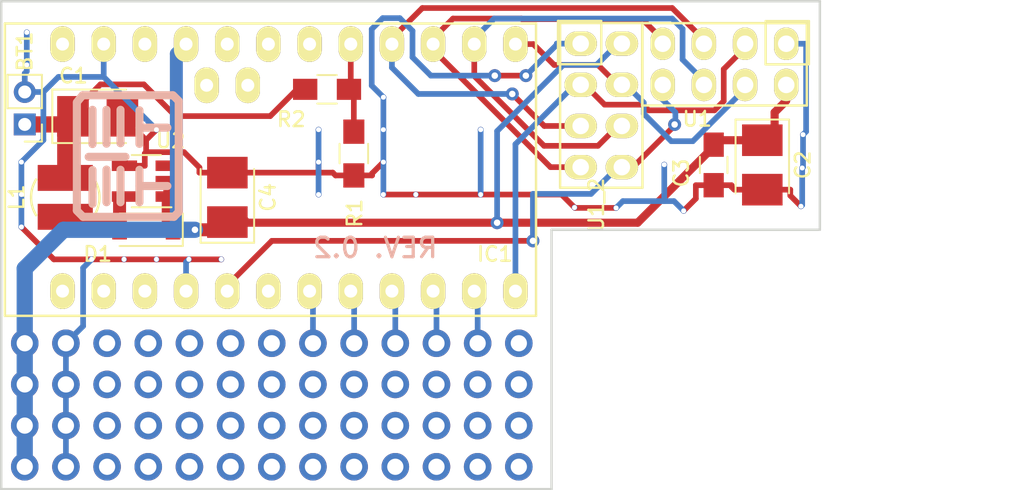
<source format=kicad_pcb>
(kicad_pcb (version 20171130) (host pcbnew "(5.1.12)-1")

  (general
    (thickness 1.6)
    (drawings 7)
    (tracks 241)
    (zones 0)
    (modules 95)
    (nets 27)
  )

  (page A4)
  (layers
    (0 F.Cu signal)
    (31 B.Cu signal)
    (32 B.Adhes user)
    (33 F.Adhes user)
    (34 B.Paste user)
    (35 F.Paste user)
    (36 B.SilkS user)
    (37 F.SilkS user)
    (38 B.Mask user)
    (39 F.Mask user)
    (40 Dwgs.User user)
    (41 Cmts.User user)
    (42 Eco1.User user)
    (43 Eco2.User user)
    (44 Edge.Cuts user)
    (45 Margin user)
    (46 B.CrtYd user hide)
    (47 F.CrtYd user)
    (48 B.Fab user hide)
    (49 F.Fab user hide)
  )

  (setup
    (last_trace_width 0.35)
    (trace_clearance 0.3)
    (zone_clearance 0.508)
    (zone_45_only yes)
    (trace_min 0.2)
    (via_size 0.8)
    (via_drill 0.4)
    (via_min_size 0.4)
    (via_min_drill 0.3)
    (uvia_size 0.3)
    (uvia_drill 0.1)
    (uvias_allowed no)
    (uvia_min_size 0.2)
    (uvia_min_drill 0.1)
    (edge_width 0.15)
    (segment_width 0.2)
    (pcb_text_width 0.3)
    (pcb_text_size 1.5 1.5)
    (mod_edge_width 0.15)
    (mod_text_size 0.9 0.9)
    (mod_text_width 0.15)
    (pad_size 1.7 1.7)
    (pad_drill 1)
    (pad_to_mask_clearance 0.2)
    (aux_axis_origin 0 0)
    (visible_elements 7FFFFFFF)
    (pcbplotparams
      (layerselection 0x010fc_ffffffff)
      (usegerberextensions true)
      (usegerberattributes true)
      (usegerberadvancedattributes true)
      (creategerberjobfile true)
      (excludeedgelayer true)
      (linewidth 0.100000)
      (plotframeref false)
      (viasonmask false)
      (mode 1)
      (useauxorigin false)
      (hpglpennumber 1)
      (hpglpenspeed 20)
      (hpglpendiameter 15.000000)
      (psnegative false)
      (psa4output false)
      (plotreference true)
      (plotvalue true)
      (plotinvisibletext false)
      (padsonsilk false)
      (subtractmaskfromsilk true)
      (outputformat 1)
      (mirror false)
      (drillshape 0)
      (scaleselection 1)
      (outputdirectory "gerber/"))
  )

  (net 0 "")
  (net 1 GND)
  (net 2 "Net-(BT1-Pad1)")
  (net 3 +3.3V)
  (net 4 "Net-(D1-Pad2)")
  (net 5 /RF_IRQ)
  (net 6 /RF_CE)
  (net 7 /RF_CSN)
  (net 8 /RF_MOSI)
  (net 9 /RF_MISO)
  (net 10 /RF_SCK)
  (net 11 /V_BATT)
  (net 12 "Net-(IC1-Pad1)")
  (net 13 "Net-(IC1-Pad2)")
  (net 14 "Net-(IC1-Pad3)")
  (net 15 "Net-(IC1-Pad6)")
  (net 16 "Net-(IC1-Pad7)")
  (net 17 "Net-(IC1-Pad8)")
  (net 18 "Net-(IC1-Pad9)")
  (net 19 "Net-(IC1-Pad10)")
  (net 20 "Net-(IC1-Pad11)")
  (net 21 "Net-(IC1-Pad18)")
  (net 22 "Net-(IC1-Pad19)")
  (net 23 "Net-(IC1-Pad20)")
  (net 24 "Net-(IC1-Pad22)")
  (net 25 "Net-(IC1-Pad24)")
  (net 26 "Net-(U2-Pad3)")

  (net_class Default "This is the default net class."
    (clearance 0.3)
    (trace_width 0.35)
    (via_dia 0.8)
    (via_drill 0.4)
    (uvia_dia 0.3)
    (uvia_drill 0.1)
    (add_net +3.3V)
    (add_net /RF_CE)
    (add_net /RF_CSN)
    (add_net /RF_IRQ)
    (add_net /RF_MISO)
    (add_net /RF_MOSI)
    (add_net /RF_SCK)
    (add_net /V_BATT)
    (add_net GND)
    (add_net "Net-(BT1-Pad1)")
    (add_net "Net-(D1-Pad2)")
    (add_net "Net-(IC1-Pad1)")
    (add_net "Net-(IC1-Pad10)")
    (add_net "Net-(IC1-Pad11)")
    (add_net "Net-(IC1-Pad18)")
    (add_net "Net-(IC1-Pad19)")
    (add_net "Net-(IC1-Pad2)")
    (add_net "Net-(IC1-Pad20)")
    (add_net "Net-(IC1-Pad22)")
    (add_net "Net-(IC1-Pad24)")
    (add_net "Net-(IC1-Pad3)")
    (add_net "Net-(IC1-Pad6)")
    (add_net "Net-(IC1-Pad7)")
    (add_net "Net-(IC1-Pad8)")
    (add_net "Net-(IC1-Pad9)")
    (add_net "Net-(U2-Pad3)")
  )

  (module VIA_MATRIX (layer F.Cu) (tedit 5A90946E) (tstamp 5A90C8BD)
    (at 145.415 101.625)
    (attr virtual)
    (fp_text reference V18_6_8 (at 0 0) (layer F.SilkS) hide
      (effects (font (size 0 0) (thickness 0.15)))
    )
    (fp_text value AUTO_VIA (at 0 0) (layer F.Fab) hide
      (effects (font (size 0 0) (thickness 0.15)))
    )
    (pad 1 thru_hole circle (at 0 0) (size 0.35 0.35) (drill 0.3) (layers *.Cu)
      (net 1 GND) (clearance 0.3) (zone_connect 2))
  )

  (module VIA_MATRIX (layer F.Cu) (tedit 5A90946E) (tstamp 5A90C9E8)
    (at 159.461 99.187)
    (attr virtual)
    (fp_text reference V18_6_7 (at 0 0) (layer F.SilkS) hide
      (effects (font (size 0 0) (thickness 0.15)))
    )
    (fp_text value AUTO_VIA (at 0 0) (layer F.Fab) hide
      (effects (font (size 0 0) (thickness 0.15)))
    )
    (pad 1 thru_hole circle (at 0 0) (size 0.35 0.35) (drill 0.3) (layers *.Cu)
      (net 1 GND) (clearance 0.3) (zone_connect 2))
  )

  (module VIA_MATRIX (layer F.Cu) (tedit 5A90946E) (tstamp 5A90C9E0)
    (at 159.385 101.549)
    (attr virtual)
    (fp_text reference V18_6_6 (at 0 0) (layer F.SilkS) hide
      (effects (font (size 0 0) (thickness 0.15)))
    )
    (fp_text value AUTO_VIA (at 0 0) (layer F.Fab) hide
      (effects (font (size 0 0) (thickness 0.15)))
    )
    (pad 1 thru_hole circle (at 0 0) (size 0.35 0.35) (drill 0.3) (layers *.Cu)
      (net 1 GND) (clearance 0.3) (zone_connect 2))
  )

  (module VIA_MATRIX (layer F.Cu) (tedit 5A90946E) (tstamp 5A90C9D8)
    (at 159.512 97.1296)
    (attr virtual)
    (fp_text reference V18_6_5 (at 0 0) (layer F.SilkS) hide
      (effects (font (size 0 0) (thickness 0.15)))
    )
    (fp_text value AUTO_VIA (at 0 0) (layer F.Fab) hide
      (effects (font (size 0 0) (thickness 0.15)))
    )
    (pad 1 thru_hole circle (at 0 0) (size 0.35 0.35) (drill 0.3) (layers *.Cu)
      (net 1 GND) (clearance 0.3) (zone_connect 2))
  )

  (module mysensors_arduino:pro_mini (layer F.Cu) (tedit 5A9094F4) (tstamp 5A903174)
    (at 127.801 99.165)
    (descr "IC, ARDUINO_PRO_MINI x 0,6\"")
    (tags "DIL ARDUINO PRO MINI")
    (path /5A901DCE)
    (fp_text reference IC1 (at 12.698999 5.334999) (layer F.SilkS)
      (effects (font (size 0.9 0.9) (thickness 0.15)))
    )
    (fp_text value ArduinoProMini (at 0 0) (layer F.Fab) hide
      (effects (font (size 0.9 0.9) (thickness 0.15)))
    )
    (fp_line (start 15.24 9.144) (end 15.24 -8.89) (layer F.SilkS) (width 0.15))
    (fp_line (start -17.526 -8.89) (end -17.526 9.144) (layer F.SilkS) (width 0.15))
    (fp_line (start 15.24 9.144) (end -17.526 9.144) (layer F.SilkS) (width 0.15))
    (fp_line (start -17.526 -8.89) (end 15.24 -8.89) (layer F.SilkS) (width 0.15))
    (pad 26 thru_hole oval (at -5.08 -5.08) (size 1.50114 2.19964) (drill 0.8001) (layers *.Cu *.Mask F.SilkS))
    (pad 25 thru_hole oval (at -2.54 -5.08) (size 1.50114 2.19964) (drill 0.8001) (layers *.Cu *.Mask F.SilkS))
    (pad 24 thru_hole oval (at -13.97 -7.62) (size 1.50114 2.19964) (drill 0.8001) (layers *.Cu *.Mask F.SilkS)
      (net 25 "Net-(IC1-Pad24)"))
    (pad 23 thru_hole oval (at -11.43 -7.62) (size 1.50114 2.19964) (drill 0.8001) (layers *.Cu *.Mask F.SilkS)
      (net 1 GND))
    (pad 22 thru_hole oval (at -8.89 -7.62) (size 1.50114 2.19964) (drill 0.8001) (layers *.Cu *.Mask F.SilkS)
      (net 24 "Net-(IC1-Pad22)"))
    (pad 21 thru_hole oval (at -6.35 -7.62) (size 1.50114 2.19964) (drill 0.8001) (layers *.Cu *.Mask F.SilkS)
      (net 3 +3.3V))
    (pad 20 thru_hole oval (at -3.81 -7.62) (size 1.50114 2.19964) (drill 0.8001) (layers *.Cu *.Mask F.SilkS)
      (net 23 "Net-(IC1-Pad20)"))
    (pad 19 thru_hole oval (at -1.27 -7.62) (size 1.50114 2.19964) (drill 0.8001) (layers *.Cu *.Mask F.SilkS)
      (net 22 "Net-(IC1-Pad19)"))
    (pad 18 thru_hole oval (at 1.27 -7.62) (size 1.50114 2.19964) (drill 0.8001) (layers *.Cu *.Mask F.SilkS)
      (net 21 "Net-(IC1-Pad18)"))
    (pad 17 thru_hole oval (at 3.81 -7.62) (size 1.50114 2.19964) (drill 0.8001) (layers *.Cu *.Mask F.SilkS)
      (net 11 /V_BATT))
    (pad 16 thru_hole oval (at 6.35 -7.62) (size 1.50114 2.19964) (drill 0.8001) (layers *.Cu *.Mask F.SilkS)
      (net 10 /RF_SCK))
    (pad 15 thru_hole oval (at 8.89 -7.62) (size 1.50114 2.19964) (drill 0.8001) (layers *.Cu *.Mask F.SilkS)
      (net 9 /RF_MISO))
    (pad 14 thru_hole oval (at 11.43 -7.62) (size 1.50114 2.19964) (drill 0.8001) (layers *.Cu *.Mask F.SilkS)
      (net 8 /RF_MOSI))
    (pad 13 thru_hole oval (at 13.97 -7.62) (size 1.50114 2.19964) (drill 0.8001) (layers *.Cu *.Mask F.SilkS)
      (net 7 /RF_CSN))
    (pad 12 thru_hole oval (at 13.97 7.62) (size 1.50114 2.19964) (drill 0.8001) (layers *.Cu *.Mask F.SilkS)
      (net 6 /RF_CE))
    (pad 11 thru_hole oval (at 11.43 7.62) (size 1.50114 2.19964) (drill 0.8001) (layers *.Cu *.Mask F.SilkS)
      (net 20 "Net-(IC1-Pad11)"))
    (pad 10 thru_hole oval (at 8.89 7.62) (size 1.50114 2.19964) (drill 0.8001) (layers *.Cu *.Mask F.SilkS)
      (net 19 "Net-(IC1-Pad10)"))
    (pad 9 thru_hole oval (at 6.35 7.62) (size 1.50114 2.19964) (drill 0.8001) (layers *.Cu *.Mask F.SilkS)
      (net 18 "Net-(IC1-Pad9)"))
    (pad 8 thru_hole oval (at 3.81 7.62) (size 1.50114 2.19964) (drill 0.8001) (layers *.Cu *.Mask F.SilkS)
      (net 17 "Net-(IC1-Pad8)"))
    (pad 7 thru_hole oval (at 1.27 7.62) (size 1.50114 2.19964) (drill 0.8001) (layers *.Cu *.Mask F.SilkS)
      (net 16 "Net-(IC1-Pad7)"))
    (pad 6 thru_hole oval (at -1.27 7.62) (size 1.50114 2.19964) (drill 0.8001) (layers *.Cu *.Mask F.SilkS)
      (net 15 "Net-(IC1-Pad6)"))
    (pad 5 thru_hole oval (at -3.81 7.62) (size 1.50114 2.19964) (drill 0.8001) (layers *.Cu *.Mask F.SilkS)
      (net 5 /RF_IRQ))
    (pad 4 thru_hole oval (at -6.35 7.62) (size 1.50114 2.19964) (drill 0.8001) (layers *.Cu *.Mask F.SilkS)
      (net 1 GND))
    (pad 3 thru_hole oval (at -8.89 7.62) (size 1.50114 2.19964) (drill 0.8001) (layers *.Cu *.Mask F.SilkS)
      (net 14 "Net-(IC1-Pad3)"))
    (pad 2 thru_hole oval (at -11.43 7.62) (size 1.50114 2.19964) (drill 0.8001) (layers *.Cu *.Mask F.SilkS)
      (net 13 "Net-(IC1-Pad2)"))
    (pad 1 thru_hole oval (at -13.97 7.62) (size 1.50114 2.19964) (drill 0.8001) (layers *.Cu *.Mask F.SilkS)
      (net 12 "Net-(IC1-Pad1)"))
  )

  (module VIA_MATRIX (layer F.Cu) (tedit 5A90946E) (tstamp 5A90C8B5)
    (at 147.98 101.651)
    (attr virtual)
    (fp_text reference V18_6_4 (at 0 0) (layer F.SilkS) hide
      (effects (font (size 0 0) (thickness 0.15)))
    )
    (fp_text value AUTO_VIA (at 0 0) (layer F.Fab) hide
      (effects (font (size 0 0) (thickness 0.15)))
    )
    (pad 1 thru_hole circle (at 0 0) (size 0.35 0.35) (drill 0.3) (layers *.Cu)
      (net 1 GND) (clearance 0.3) (zone_connect 2))
  )

  (module VIA_MATRIX (layer F.Cu) (tedit 5A90946E) (tstamp 5A90C8A6)
    (at 150.952 98.9838)
    (attr virtual)
    (fp_text reference V18_6_3 (at 0 0) (layer F.SilkS) hide
      (effects (font (size 0 0) (thickness 0.15)))
    )
    (fp_text value AUTO_VIA (at 0 0) (layer F.Fab) hide
      (effects (font (size 0 0) (thickness 0.15)))
    )
    (pad 1 thru_hole circle (at 0 0) (size 0.35 0.35) (drill 0.3) (layers *.Cu)
      (net 1 GND) (clearance 0.3) (zone_connect 2))
  )

  (module VIA_MATRIX (layer F.Cu) (tedit 5A90946E) (tstamp 5A90C7CB)
    (at 152.146 101.829)
    (attr virtual)
    (fp_text reference V18_6_2 (at 0 0) (layer F.SilkS) hide
      (effects (font (size 0 0) (thickness 0.15)))
    )
    (fp_text value AUTO_VIA (at 0 0) (layer F.Fab) hide
      (effects (font (size 0 0) (thickness 0.15)))
    )
    (pad 1 thru_hole circle (at 0 0) (size 0.35 0.35) (drill 0.3) (layers *.Cu)
      (net 1 GND) (clearance 0.3) (zone_connect 2))
  )

  (module mysensors_radios:NRF24L01 (layer F.Cu) (tedit 5A902BDF) (tstamp 5A908AB2)
    (at 144.272 89.9922 90)
    (descr NRF24L01)
    (tags "nRF 24 NRF24L01 NRF24L01+")
    (path /5A90222A)
    (fp_text reference U1_2 (at -11.4808 2.4892 90) (layer F.SilkS)
      (effects (font (size 0.9 0.9) (thickness 0.15)))
    )
    (fp_text value NRF24L01 (at -8.382 7.112 90) (layer F.Fab) hide
      (effects (font (size 0.9 0.9) (thickness 0.15)))
    )
    (fp_line (start -15.25 28.8) (end 0 28.8) (layer F.CrtYd) (width 0.15))
    (fp_line (start 0 28.8) (end 0 0) (layer F.CrtYd) (width 0.15))
    (fp_line (start 0 0) (end -15.25 0) (layer F.CrtYd) (width 0.15))
    (fp_line (start -15.25 0) (end -15.25 28.8) (layer F.CrtYd) (width 0.15))
    (fp_line (start -2.794 0.127) (end -0.127 0.127) (layer F.SilkS) (width 0.15))
    (fp_line (start -0.127 0.127) (end -0.127 2.794) (layer F.SilkS) (width 0.15))
    (fp_line (start 0 0) (end -15.25 0) (layer B.CrtYd) (width 0.15))
    (fp_line (start -15.25 0) (end -15.25 28.8) (layer B.CrtYd) (width 0.15))
    (fp_line (start -15.25 28.8) (end 0 28.8) (layer B.CrtYd) (width 0.15))
    (fp_line (start 0 28.8) (end 0 0) (layer B.CrtYd) (width 0.15))
    (fp_line (start -7.874 0.254) (end -10.414 0.254) (layer F.SilkS) (width 0.15))
    (fp_line (start -10.414 0.254) (end -10.414 2.794) (layer F.SilkS) (width 0.15))
    (fp_line (start -2.794 0.254) (end -2.794 2.794) (layer F.SilkS) (width 0.15))
    (fp_line (start -2.794 2.794) (end -0.254 2.794) (layer F.SilkS) (width 0.15))
    (fp_line (start -10.894 -0.226) (end -10.894 5.824) (layer F.CrtYd) (width 0.05))
    (fp_line (start 0.256 -0.226) (end 0.256 5.824) (layer F.CrtYd) (width 0.05))
    (fp_line (start -10.894 -0.226) (end 0.256 -0.226) (layer F.CrtYd) (width 0.05))
    (fp_line (start -10.894 5.824) (end 0.256 5.824) (layer F.CrtYd) (width 0.05))
    (fp_line (start -7.874 0.254) (end -0.254 0.254) (layer F.SilkS) (width 0.15))
    (fp_line (start -0.254 0.254) (end -0.254 5.334) (layer F.SilkS) (width 0.15))
    (fp_line (start -0.254 5.334) (end -10.414 5.334) (layer F.SilkS) (width 0.15))
    (fp_line (start -10.414 5.334) (end -10.414 2.794) (layer F.SilkS) (width 0.15))
    (pad 2 thru_hole oval (at -1.524 4.064 90) (size 1.5 2) (drill 1.016) (layers *.Cu *.Mask F.SilkS)
      (net 3 +3.3V))
    (pad 1 thru_hole oval (at -1.524 1.524 90) (size 1.5 2) (drill 1.016) (layers *.Cu *.Mask F.SilkS)
      (net 1 GND))
    (pad 4 thru_hole oval (at -4.064 4.064 90) (size 1.5 2) (drill 1.016) (layers *.Cu *.Mask F.SilkS)
      (net 7 /RF_CSN))
    (pad 3 thru_hole oval (at -4.064 1.524 90) (size 1.5 2) (drill 1.016) (layers *.Cu *.Mask F.SilkS)
      (net 6 /RF_CE))
    (pad 6 thru_hole oval (at -6.604 4.064 90) (size 1.5 2) (drill 1.016) (layers *.Cu *.Mask F.SilkS)
      (net 8 /RF_MOSI))
    (pad 5 thru_hole oval (at -6.604 1.524 90) (size 1.5 2) (drill 1.016) (layers *.Cu *.Mask F.SilkS)
      (net 10 /RF_SCK))
    (pad 8 thru_hole oval (at -9.144 4.064 90) (size 1.5 2) (drill 1.016) (layers *.Cu *.Mask F.SilkS)
      (net 5 /RF_IRQ))
    (pad 7 thru_hole oval (at -9.144 1.524 90) (size 1.5 2) (drill 1.016) (layers *.Cu *.Mask F.SilkS)
      (net 9 /RF_MISO))
  )

  (module myfootprints:my_logo (layer B.Cu) (tedit 58739751) (tstamp 5AAC4848)
    (at 118.5 98.5 270)
    (attr virtual)
    (fp_text reference REF**_54 (at 0.2032 5.4864 270) (layer B.SilkS) hide
      (effects (font (size 1 1) (thickness 0.15)) (justify mirror))
    )
    (fp_text value my_logo (at -0.0254 -4.6482 270) (layer B.Fab) hide
      (effects (font (size 1 1) (thickness 0.15)) (justify mirror))
    )
    (fp_line (start 2.800141 -0.0762) (end 0.799866 -0.0762) (layer B.SilkS) (width 0.5))
    (fp_line (start 1.8 -0.0762) (end 1.8 -1.800019) (layer B.SilkS) (width 0.5))
    (fp_line (start -1.8 -0.0762) (end -1.8 -1.8) (layer B.SilkS) (width 0.5))
    (fp_line (start -0.799864 -0.0762) (end -2.8686 -0.0762) (layer B.SilkS) (width 0.5))
    (fp_line (start 0 0.7874) (end 0 3.056) (layer B.SilkS) (width 0.5))
    (fp_line (start 0.797879 1.0922) (end 2.802084 1.0922) (layer B.SilkS) (width 0.5))
    (fp_line (start 0.7874 1.9558) (end 2.800773 1.9558) (layer B.SilkS) (width 0.5))
    (fp_line (start 0.8128 2.8194) (end 2.90009 2.8194) (layer B.SilkS) (width 0.5))
    (fp_line (start -2.900014 1.0922) (end -0.8382 1.0922) (layer B.SilkS) (width 0.5))
    (fp_line (start -2.900745 1.9558) (end -0.8128 1.9558) (layer B.SilkS) (width 0.5))
    (fp_line (start 3.319 3.7846) (end 3.7 3.4036) (layer B.SilkS) (width 0.5))
    (fp_line (start 3.7 3.4) (end 3.7 -2.203646) (layer B.SilkS) (width 0.5))
    (fp_line (start 3.7 -2.2) (end 3.3952 -2.5048) (layer B.SilkS) (width 0.5))
    (fp_line (start 3.4 -2.5) (end -3.4 -2.5) (layer B.SilkS) (width 0.5))
    (fp_line (start -3.4444 -2.5) (end -3.8 -2.1444) (layer B.SilkS) (width 0.5))
    (fp_line (start -3.8 -2.100956) (end -3.8 3.4036) (layer B.SilkS) (width 0.5))
    (fp_line (start -3.300015 3.7846) (end 3.300017 3.7846) (layer B.SilkS) (width 0.5))
    (fp_line (start -3.8 3.429) (end -3.3682 3.7846) (layer B.SilkS) (width 0.5))
    (fp_line (start -2.900089 2.8194) (end -0.7874 2.8194) (layer B.SilkS) (width 0.5))
    (fp_line (start -0.7874 2.8194) (end -0.7874 2.8194) (layer B.SilkS) (width 0.15))
  )

  (module Mounting_Holes:MountingHole_3.2mm_M3 (layer F.Cu) (tedit 5A90325D) (tstamp 5A98D219)
    (at 137 98.5)
    (descr "Mounting Hole 3.2mm, no annular, M3")
    (tags "mounting hole 3.2mm no annular m3")
    (attr virtual)
    (fp_text reference REF**_53 (at 0 -4.2) (layer F.SilkS) hide
      (effects (font (size 0.9 0.9) (thickness 0.15)))
    )
    (fp_text value MountingHole_3.2mm_M3 (at 0 4.2) (layer F.Fab)
      (effects (font (size 0.9 0.9) (thickness 0.15)))
    )
    (fp_circle (center 0 0) (end 3.2 0) (layer Cmts.User) (width 0.15))
    (fp_circle (center 0 0) (end 3.45 0) (layer F.CrtYd) (width 0.05))
    (fp_text user %R (at 0.3 0) (layer F.Fab)
      (effects (font (size 1 1) (thickness 0.15)))
    )
    (pad 1 np_thru_hole circle (at 0 0) (size 3.2 3.2) (drill 3.2) (layers *.Cu *.Mask))
  )

  (module Pin_Headers:Pin_Header_Straight_1x01_Pitch2.54mm (layer F.Cu) (tedit 5A902EE4) (tstamp 5A932ABA)
    (at 141.98 117.62)
    (descr "Through hole straight pin header, 1x01, 2.54mm pitch, single row")
    (tags "Through hole pin header THT 1x01 2.54mm single row")
    (fp_text reference REF**_52 (at 0 -2.33) (layer F.SilkS) hide
      (effects (font (size 0.9 0.9) (thickness 0.15)))
    )
    (fp_text value Pin_Header_Straight_1x01_Pitch2.54mm (at 0 2.33) (layer F.Fab)
      (effects (font (size 0.9 0.9) (thickness 0.15)))
    )
    (pad "" thru_hole circle (at 0 0) (size 1.7 1.7) (drill 1) (layers *.Cu *.Mask))
    (model ${KIPRJMOD}/shapes3D/Pin_Header_Straight_1x01_Pitch2.54mm.wrl
      (at (xyz 0 0 0))
      (scale (xyz 1 1 1))
      (rotate (xyz 0 0 0))
    )
  )

  (module Pin_Headers:Pin_Header_Straight_1x01_Pitch2.54mm (layer F.Cu) (tedit 5A902EE4) (tstamp 5A932AB6)
    (at 139.44 117.62)
    (descr "Through hole straight pin header, 1x01, 2.54mm pitch, single row")
    (tags "Through hole pin header THT 1x01 2.54mm single row")
    (fp_text reference REF**_51 (at 0 -2.33) (layer F.SilkS) hide
      (effects (font (size 0.9 0.9) (thickness 0.15)))
    )
    (fp_text value Pin_Header_Straight_1x01_Pitch2.54mm (at 0 2.33) (layer F.Fab)
      (effects (font (size 0.9 0.9) (thickness 0.15)))
    )
    (pad "" thru_hole circle (at 0 0) (size 1.7 1.7) (drill 1) (layers *.Cu *.Mask))
    (model ${KIPRJMOD}/shapes3D/Pin_Header_Straight_1x01_Pitch2.54mm.wrl
      (at (xyz 0 0 0))
      (scale (xyz 1 1 1))
      (rotate (xyz 0 0 0))
    )
  )

  (module Pin_Headers:Pin_Header_Straight_1x01_Pitch2.54mm (layer F.Cu) (tedit 5A902EE4) (tstamp 5A932AB2)
    (at 136.9 117.62)
    (descr "Through hole straight pin header, 1x01, 2.54mm pitch, single row")
    (tags "Through hole pin header THT 1x01 2.54mm single row")
    (fp_text reference REF**_50 (at 0 -2.33) (layer F.SilkS) hide
      (effects (font (size 0.9 0.9) (thickness 0.15)))
    )
    (fp_text value Pin_Header_Straight_1x01_Pitch2.54mm (at 0 2.33) (layer F.Fab)
      (effects (font (size 0.9 0.9) (thickness 0.15)))
    )
    (pad "" thru_hole circle (at 0 0) (size 1.7 1.7) (drill 1) (layers *.Cu *.Mask))
    (model ${KIPRJMOD}/shapes3D/Pin_Header_Straight_1x01_Pitch2.54mm.wrl
      (at (xyz 0 0 0))
      (scale (xyz 1 1 1))
      (rotate (xyz 0 0 0))
    )
  )

  (module Pin_Headers:Pin_Header_Straight_1x01_Pitch2.54mm (layer F.Cu) (tedit 5A902EE4) (tstamp 5A932AAE)
    (at 134.36 117.62)
    (descr "Through hole straight pin header, 1x01, 2.54mm pitch, single row")
    (tags "Through hole pin header THT 1x01 2.54mm single row")
    (fp_text reference REF**_49 (at 0 -2.33) (layer F.SilkS) hide
      (effects (font (size 0.9 0.9) (thickness 0.15)))
    )
    (fp_text value Pin_Header_Straight_1x01_Pitch2.54mm (at 0 2.33) (layer F.Fab)
      (effects (font (size 0.9 0.9) (thickness 0.15)))
    )
    (pad "" thru_hole circle (at 0 0) (size 1.7 1.7) (drill 1) (layers *.Cu *.Mask))
    (model ${KIPRJMOD}/shapes3D/Pin_Header_Straight_1x01_Pitch2.54mm.wrl
      (at (xyz 0 0 0))
      (scale (xyz 1 1 1))
      (rotate (xyz 0 0 0))
    )
  )

  (module Pin_Headers:Pin_Header_Straight_1x01_Pitch2.54mm (layer F.Cu) (tedit 5A902EE4) (tstamp 5A932AAA)
    (at 131.82 117.62)
    (descr "Through hole straight pin header, 1x01, 2.54mm pitch, single row")
    (tags "Through hole pin header THT 1x01 2.54mm single row")
    (fp_text reference REF**_48 (at 0 -2.33) (layer F.SilkS) hide
      (effects (font (size 0.9 0.9) (thickness 0.15)))
    )
    (fp_text value Pin_Header_Straight_1x01_Pitch2.54mm (at 0 2.33) (layer F.Fab)
      (effects (font (size 0.9 0.9) (thickness 0.15)))
    )
    (pad "" thru_hole circle (at 0 0) (size 1.7 1.7) (drill 1) (layers *.Cu *.Mask))
    (model ${KIPRJMOD}/shapes3D/Pin_Header_Straight_1x01_Pitch2.54mm.wrl
      (at (xyz 0 0 0))
      (scale (xyz 1 1 1))
      (rotate (xyz 0 0 0))
    )
  )

  (module Pin_Headers:Pin_Header_Straight_1x01_Pitch2.54mm (layer F.Cu) (tedit 5A902EE4) (tstamp 5A932AA6)
    (at 129.28 117.62)
    (descr "Through hole straight pin header, 1x01, 2.54mm pitch, single row")
    (tags "Through hole pin header THT 1x01 2.54mm single row")
    (fp_text reference REF**_47 (at 0 -2.33) (layer F.SilkS) hide
      (effects (font (size 0.9 0.9) (thickness 0.15)))
    )
    (fp_text value Pin_Header_Straight_1x01_Pitch2.54mm (at 0 2.33) (layer F.Fab)
      (effects (font (size 0.9 0.9) (thickness 0.15)))
    )
    (pad "" thru_hole circle (at 0 0) (size 1.7 1.7) (drill 1) (layers *.Cu *.Mask))
    (model ${KIPRJMOD}/shapes3D/Pin_Header_Straight_1x01_Pitch2.54mm.wrl
      (at (xyz 0 0 0))
      (scale (xyz 1 1 1))
      (rotate (xyz 0 0 0))
    )
  )

  (module Pin_Headers:Pin_Header_Straight_1x01_Pitch2.54mm (layer F.Cu) (tedit 5A902EE4) (tstamp 5A932AA2)
    (at 126.74 117.62)
    (descr "Through hole straight pin header, 1x01, 2.54mm pitch, single row")
    (tags "Through hole pin header THT 1x01 2.54mm single row")
    (fp_text reference REF**_46 (at 0 -2.33) (layer F.SilkS) hide
      (effects (font (size 0.9 0.9) (thickness 0.15)))
    )
    (fp_text value Pin_Header_Straight_1x01_Pitch2.54mm (at 0 2.33) (layer F.Fab)
      (effects (font (size 0.9 0.9) (thickness 0.15)))
    )
    (pad "" thru_hole circle (at 0 0) (size 1.7 1.7) (drill 1) (layers *.Cu *.Mask))
    (model ${KIPRJMOD}/shapes3D/Pin_Header_Straight_1x01_Pitch2.54mm.wrl
      (at (xyz 0 0 0))
      (scale (xyz 1 1 1))
      (rotate (xyz 0 0 0))
    )
  )

  (module Pin_Headers:Pin_Header_Straight_1x01_Pitch2.54mm (layer F.Cu) (tedit 5A902EE4) (tstamp 5A932A9E)
    (at 124.2 117.62)
    (descr "Through hole straight pin header, 1x01, 2.54mm pitch, single row")
    (tags "Through hole pin header THT 1x01 2.54mm single row")
    (fp_text reference REF**_45 (at 0 -2.33) (layer F.SilkS) hide
      (effects (font (size 0.9 0.9) (thickness 0.15)))
    )
    (fp_text value Pin_Header_Straight_1x01_Pitch2.54mm (at 0 2.33) (layer F.Fab)
      (effects (font (size 0.9 0.9) (thickness 0.15)))
    )
    (pad "" thru_hole circle (at 0 0) (size 1.7 1.7) (drill 1) (layers *.Cu *.Mask))
    (model ${KIPRJMOD}/shapes3D/Pin_Header_Straight_1x01_Pitch2.54mm.wrl
      (at (xyz 0 0 0))
      (scale (xyz 1 1 1))
      (rotate (xyz 0 0 0))
    )
  )

  (module Pin_Headers:Pin_Header_Straight_1x01_Pitch2.54mm (layer F.Cu) (tedit 5A902EE4) (tstamp 5A932A9A)
    (at 121.66 117.62)
    (descr "Through hole straight pin header, 1x01, 2.54mm pitch, single row")
    (tags "Through hole pin header THT 1x01 2.54mm single row")
    (fp_text reference REF**_44 (at 0 -2.33) (layer F.SilkS) hide
      (effects (font (size 0.9 0.9) (thickness 0.15)))
    )
    (fp_text value Pin_Header_Straight_1x01_Pitch2.54mm (at 0 2.33) (layer F.Fab)
      (effects (font (size 0.9 0.9) (thickness 0.15)))
    )
    (pad "" thru_hole circle (at 0 0) (size 1.7 1.7) (drill 1) (layers *.Cu *.Mask))
    (model ${KIPRJMOD}/shapes3D/Pin_Header_Straight_1x01_Pitch2.54mm.wrl
      (at (xyz 0 0 0))
      (scale (xyz 1 1 1))
      (rotate (xyz 0 0 0))
    )
  )

  (module Pin_Headers:Pin_Header_Straight_1x01_Pitch2.54mm (layer F.Cu) (tedit 5A902EE4) (tstamp 5A932A96)
    (at 119.12 117.62)
    (descr "Through hole straight pin header, 1x01, 2.54mm pitch, single row")
    (tags "Through hole pin header THT 1x01 2.54mm single row")
    (fp_text reference REF**_43 (at 0 -2.33) (layer F.SilkS) hide
      (effects (font (size 0.9 0.9) (thickness 0.15)))
    )
    (fp_text value Pin_Header_Straight_1x01_Pitch2.54mm (at 0 2.33) (layer F.Fab)
      (effects (font (size 0.9 0.9) (thickness 0.15)))
    )
    (pad "" thru_hole circle (at 0 0) (size 1.7 1.7) (drill 1) (layers *.Cu *.Mask))
    (model ${KIPRJMOD}/shapes3D/Pin_Header_Straight_1x01_Pitch2.54mm.wrl
      (at (xyz 0 0 0))
      (scale (xyz 1 1 1))
      (rotate (xyz 0 0 0))
    )
  )

  (module Pin_Headers:Pin_Header_Straight_1x01_Pitch2.54mm (layer F.Cu) (tedit 5A902EE4) (tstamp 5A932A92)
    (at 116.58 117.62)
    (descr "Through hole straight pin header, 1x01, 2.54mm pitch, single row")
    (tags "Through hole pin header THT 1x01 2.54mm single row")
    (fp_text reference REF**_42 (at 0 -2.33) (layer F.SilkS) hide
      (effects (font (size 0.9 0.9) (thickness 0.15)))
    )
    (fp_text value Pin_Header_Straight_1x01_Pitch2.54mm (at 0 2.33) (layer F.Fab)
      (effects (font (size 0.9 0.9) (thickness 0.15)))
    )
    (pad "" thru_hole circle (at 0 0) (size 1.7 1.7) (drill 1) (layers *.Cu *.Mask))
    (model ${KIPRJMOD}/shapes3D/Pin_Header_Straight_1x01_Pitch2.54mm.wrl
      (at (xyz 0 0 0))
      (scale (xyz 1 1 1))
      (rotate (xyz 0 0 0))
    )
  )

  (module Pin_Headers:Pin_Header_Straight_1x01_Pitch2.54mm (layer F.Cu) (tedit 5A9091A1) (tstamp 5A932A8E)
    (at 114.04 117.62)
    (descr "Through hole straight pin header, 1x01, 2.54mm pitch, single row")
    (tags "Through hole pin header THT 1x01 2.54mm single row")
    (fp_text reference REF**_41 (at 0 -2.33) (layer F.SilkS) hide
      (effects (font (size 0.9 0.9) (thickness 0.15)))
    )
    (fp_text value Pin_Header_Straight_1x01_Pitch2.54mm (at 0 2.33) (layer F.Fab)
      (effects (font (size 0.9 0.9) (thickness 0.15)))
    )
    (pad "" thru_hole circle (at 0 0) (size 1.7 1.7) (drill 1) (layers *.Cu *.Mask)
      (net 1 GND))
    (model ${KIPRJMOD}/shapes3D/Pin_Header_Straight_1x01_Pitch2.54mm.wrl
      (at (xyz 0 0 0))
      (scale (xyz 1 1 1))
      (rotate (xyz 0 0 0))
    )
  )

  (module Pin_Headers:Pin_Header_Straight_1x01_Pitch2.54mm (layer F.Cu) (tedit 5A909190) (tstamp 5A932A8A)
    (at 111.5 117.62)
    (descr "Through hole straight pin header, 1x01, 2.54mm pitch, single row")
    (tags "Through hole pin header THT 1x01 2.54mm single row")
    (fp_text reference REF**_40 (at 0 -2.33) (layer F.SilkS) hide
      (effects (font (size 0.9 0.9) (thickness 0.15)))
    )
    (fp_text value Pin_Header_Straight_1x01_Pitch2.54mm (at 0 2.33) (layer F.Fab)
      (effects (font (size 0.9 0.9) (thickness 0.15)))
    )
    (pad "" thru_hole circle (at 0 0) (size 1.7 1.7) (drill 1) (layers *.Cu *.Mask)
      (net 3 +3.3V))
    (model ${KIPRJMOD}/shapes3D/Pin_Header_Straight_1x01_Pitch2.54mm.wrl
      (at (xyz 0 0 0))
      (scale (xyz 1 1 1))
      (rotate (xyz 0 0 0))
    )
  )

  (module Pin_Headers:Pin_Header_Straight_1x01_Pitch2.54mm (layer F.Cu) (tedit 5A902EE4) (tstamp 5A932A86)
    (at 141.98 115.08)
    (descr "Through hole straight pin header, 1x01, 2.54mm pitch, single row")
    (tags "Through hole pin header THT 1x01 2.54mm single row")
    (fp_text reference REF**_39 (at 0 -2.33) (layer F.SilkS) hide
      (effects (font (size 0.9 0.9) (thickness 0.15)))
    )
    (fp_text value Pin_Header_Straight_1x01_Pitch2.54mm (at 0 2.33) (layer F.Fab)
      (effects (font (size 0.9 0.9) (thickness 0.15)))
    )
    (pad "" thru_hole circle (at 0 0) (size 1.7 1.7) (drill 1) (layers *.Cu *.Mask))
    (model ${KIPRJMOD}/shapes3D/Pin_Header_Straight_1x01_Pitch2.54mm.wrl
      (at (xyz 0 0 0))
      (scale (xyz 1 1 1))
      (rotate (xyz 0 0 0))
    )
  )

  (module Pin_Headers:Pin_Header_Straight_1x01_Pitch2.54mm (layer F.Cu) (tedit 5A902EE4) (tstamp 5A932A82)
    (at 139.44 115.08)
    (descr "Through hole straight pin header, 1x01, 2.54mm pitch, single row")
    (tags "Through hole pin header THT 1x01 2.54mm single row")
    (fp_text reference REF**_38 (at 0 -2.33) (layer F.SilkS) hide
      (effects (font (size 0.9 0.9) (thickness 0.15)))
    )
    (fp_text value Pin_Header_Straight_1x01_Pitch2.54mm (at 0 2.33) (layer F.Fab)
      (effects (font (size 0.9 0.9) (thickness 0.15)))
    )
    (pad "" thru_hole circle (at 0 0) (size 1.7 1.7) (drill 1) (layers *.Cu *.Mask))
    (model ${KIPRJMOD}/shapes3D/Pin_Header_Straight_1x01_Pitch2.54mm.wrl
      (at (xyz 0 0 0))
      (scale (xyz 1 1 1))
      (rotate (xyz 0 0 0))
    )
  )

  (module Pin_Headers:Pin_Header_Straight_1x01_Pitch2.54mm (layer F.Cu) (tedit 5A902EE4) (tstamp 5A932A7E)
    (at 136.9 115.08)
    (descr "Through hole straight pin header, 1x01, 2.54mm pitch, single row")
    (tags "Through hole pin header THT 1x01 2.54mm single row")
    (fp_text reference REF**_37 (at 0 -2.33) (layer F.SilkS) hide
      (effects (font (size 0.9 0.9) (thickness 0.15)))
    )
    (fp_text value Pin_Header_Straight_1x01_Pitch2.54mm (at 0 2.33) (layer F.Fab)
      (effects (font (size 0.9 0.9) (thickness 0.15)))
    )
    (pad "" thru_hole circle (at 0 0) (size 1.7 1.7) (drill 1) (layers *.Cu *.Mask))
    (model ${KIPRJMOD}/shapes3D/Pin_Header_Straight_1x01_Pitch2.54mm.wrl
      (at (xyz 0 0 0))
      (scale (xyz 1 1 1))
      (rotate (xyz 0 0 0))
    )
  )

  (module Pin_Headers:Pin_Header_Straight_1x01_Pitch2.54mm (layer F.Cu) (tedit 5A902EE4) (tstamp 5A932A7A)
    (at 134.36 115.08)
    (descr "Through hole straight pin header, 1x01, 2.54mm pitch, single row")
    (tags "Through hole pin header THT 1x01 2.54mm single row")
    (fp_text reference REF**_36 (at 0 -2.33) (layer F.SilkS) hide
      (effects (font (size 0.9 0.9) (thickness 0.15)))
    )
    (fp_text value Pin_Header_Straight_1x01_Pitch2.54mm (at 0 2.33) (layer F.Fab)
      (effects (font (size 0.9 0.9) (thickness 0.15)))
    )
    (pad "" thru_hole circle (at 0 0) (size 1.7 1.7) (drill 1) (layers *.Cu *.Mask))
    (model ${KIPRJMOD}/shapes3D/Pin_Header_Straight_1x01_Pitch2.54mm.wrl
      (at (xyz 0 0 0))
      (scale (xyz 1 1 1))
      (rotate (xyz 0 0 0))
    )
  )

  (module Pin_Headers:Pin_Header_Straight_1x01_Pitch2.54mm (layer F.Cu) (tedit 5A902EE4) (tstamp 5A932A76)
    (at 131.82 115.08)
    (descr "Through hole straight pin header, 1x01, 2.54mm pitch, single row")
    (tags "Through hole pin header THT 1x01 2.54mm single row")
    (fp_text reference REF**_35 (at 0 -2.33) (layer F.SilkS) hide
      (effects (font (size 0.9 0.9) (thickness 0.15)))
    )
    (fp_text value Pin_Header_Straight_1x01_Pitch2.54mm (at 0 2.33) (layer F.Fab)
      (effects (font (size 0.9 0.9) (thickness 0.15)))
    )
    (pad "" thru_hole circle (at 0 0) (size 1.7 1.7) (drill 1) (layers *.Cu *.Mask))
    (model ${KIPRJMOD}/shapes3D/Pin_Header_Straight_1x01_Pitch2.54mm.wrl
      (at (xyz 0 0 0))
      (scale (xyz 1 1 1))
      (rotate (xyz 0 0 0))
    )
  )

  (module Pin_Headers:Pin_Header_Straight_1x01_Pitch2.54mm (layer F.Cu) (tedit 5A902EE4) (tstamp 5A932A72)
    (at 129.28 115.08)
    (descr "Through hole straight pin header, 1x01, 2.54mm pitch, single row")
    (tags "Through hole pin header THT 1x01 2.54mm single row")
    (fp_text reference REF**_34 (at 0 -2.33) (layer F.SilkS) hide
      (effects (font (size 0.9 0.9) (thickness 0.15)))
    )
    (fp_text value Pin_Header_Straight_1x01_Pitch2.54mm (at 0 2.33) (layer F.Fab)
      (effects (font (size 0.9 0.9) (thickness 0.15)))
    )
    (pad "" thru_hole circle (at 0 0) (size 1.7 1.7) (drill 1) (layers *.Cu *.Mask))
    (model ${KIPRJMOD}/shapes3D/Pin_Header_Straight_1x01_Pitch2.54mm.wrl
      (at (xyz 0 0 0))
      (scale (xyz 1 1 1))
      (rotate (xyz 0 0 0))
    )
  )

  (module Pin_Headers:Pin_Header_Straight_1x01_Pitch2.54mm (layer F.Cu) (tedit 5A902EE4) (tstamp 5A932A6E)
    (at 126.74 115.08)
    (descr "Through hole straight pin header, 1x01, 2.54mm pitch, single row")
    (tags "Through hole pin header THT 1x01 2.54mm single row")
    (fp_text reference REF**_33 (at 0 -2.33) (layer F.SilkS) hide
      (effects (font (size 0.9 0.9) (thickness 0.15)))
    )
    (fp_text value Pin_Header_Straight_1x01_Pitch2.54mm (at 0 2.33) (layer F.Fab)
      (effects (font (size 0.9 0.9) (thickness 0.15)))
    )
    (pad "" thru_hole circle (at 0 0) (size 1.7 1.7) (drill 1) (layers *.Cu *.Mask))
    (model ${KIPRJMOD}/shapes3D/Pin_Header_Straight_1x01_Pitch2.54mm.wrl
      (at (xyz 0 0 0))
      (scale (xyz 1 1 1))
      (rotate (xyz 0 0 0))
    )
  )

  (module Pin_Headers:Pin_Header_Straight_1x01_Pitch2.54mm (layer F.Cu) (tedit 5A902EE4) (tstamp 5A932A6A)
    (at 124.2 115.08)
    (descr "Through hole straight pin header, 1x01, 2.54mm pitch, single row")
    (tags "Through hole pin header THT 1x01 2.54mm single row")
    (fp_text reference REF**_32 (at 0 -2.33) (layer F.SilkS) hide
      (effects (font (size 0.9 0.9) (thickness 0.15)))
    )
    (fp_text value Pin_Header_Straight_1x01_Pitch2.54mm (at 0 2.33) (layer F.Fab)
      (effects (font (size 0.9 0.9) (thickness 0.15)))
    )
    (pad "" thru_hole circle (at 0 0) (size 1.7 1.7) (drill 1) (layers *.Cu *.Mask))
    (model ${KIPRJMOD}/shapes3D/Pin_Header_Straight_1x01_Pitch2.54mm.wrl
      (at (xyz 0 0 0))
      (scale (xyz 1 1 1))
      (rotate (xyz 0 0 0))
    )
  )

  (module Pin_Headers:Pin_Header_Straight_1x01_Pitch2.54mm (layer F.Cu) (tedit 5A902EE4) (tstamp 5A932A66)
    (at 121.66 115.08)
    (descr "Through hole straight pin header, 1x01, 2.54mm pitch, single row")
    (tags "Through hole pin header THT 1x01 2.54mm single row")
    (fp_text reference REF**_31 (at 0 -2.33) (layer F.SilkS) hide
      (effects (font (size 0.9 0.9) (thickness 0.15)))
    )
    (fp_text value Pin_Header_Straight_1x01_Pitch2.54mm (at 0 2.33) (layer F.Fab)
      (effects (font (size 0.9 0.9) (thickness 0.15)))
    )
    (pad "" thru_hole circle (at 0 0) (size 1.7 1.7) (drill 1) (layers *.Cu *.Mask))
    (model ${KIPRJMOD}/shapes3D/Pin_Header_Straight_1x01_Pitch2.54mm.wrl
      (at (xyz 0 0 0))
      (scale (xyz 1 1 1))
      (rotate (xyz 0 0 0))
    )
  )

  (module Pin_Headers:Pin_Header_Straight_1x01_Pitch2.54mm (layer F.Cu) (tedit 5A902EE4) (tstamp 5A932A62)
    (at 119.12 115.08)
    (descr "Through hole straight pin header, 1x01, 2.54mm pitch, single row")
    (tags "Through hole pin header THT 1x01 2.54mm single row")
    (fp_text reference REF**_30 (at 0 -2.33) (layer F.SilkS) hide
      (effects (font (size 0.9 0.9) (thickness 0.15)))
    )
    (fp_text value Pin_Header_Straight_1x01_Pitch2.54mm (at 0 2.33) (layer F.Fab)
      (effects (font (size 0.9 0.9) (thickness 0.15)))
    )
    (pad "" thru_hole circle (at 0 0) (size 1.7 1.7) (drill 1) (layers *.Cu *.Mask))
    (model ${KIPRJMOD}/shapes3D/Pin_Header_Straight_1x01_Pitch2.54mm.wrl
      (at (xyz 0 0 0))
      (scale (xyz 1 1 1))
      (rotate (xyz 0 0 0))
    )
  )

  (module Pin_Headers:Pin_Header_Straight_1x01_Pitch2.54mm (layer F.Cu) (tedit 5A902EE4) (tstamp 5A932A5E)
    (at 116.58 115.08)
    (descr "Through hole straight pin header, 1x01, 2.54mm pitch, single row")
    (tags "Through hole pin header THT 1x01 2.54mm single row")
    (fp_text reference REF**_29 (at 0 -2.33) (layer F.SilkS) hide
      (effects (font (size 0.9 0.9) (thickness 0.15)))
    )
    (fp_text value Pin_Header_Straight_1x01_Pitch2.54mm (at 0 2.33) (layer F.Fab)
      (effects (font (size 0.9 0.9) (thickness 0.15)))
    )
    (pad "" thru_hole circle (at 0 0) (size 1.7 1.7) (drill 1) (layers *.Cu *.Mask))
    (model ${KIPRJMOD}/shapes3D/Pin_Header_Straight_1x01_Pitch2.54mm.wrl
      (at (xyz 0 0 0))
      (scale (xyz 1 1 1))
      (rotate (xyz 0 0 0))
    )
  )

  (module Pin_Headers:Pin_Header_Straight_1x01_Pitch2.54mm (layer F.Cu) (tedit 5A90919F) (tstamp 5A932A5A)
    (at 114.04 115.08)
    (descr "Through hole straight pin header, 1x01, 2.54mm pitch, single row")
    (tags "Through hole pin header THT 1x01 2.54mm single row")
    (fp_text reference REF**_28 (at 0 -2.33) (layer F.SilkS) hide
      (effects (font (size 0.9 0.9) (thickness 0.15)))
    )
    (fp_text value Pin_Header_Straight_1x01_Pitch2.54mm (at 0 2.33) (layer F.Fab)
      (effects (font (size 0.9 0.9) (thickness 0.15)))
    )
    (pad "" thru_hole circle (at 0 0) (size 1.7 1.7) (drill 1) (layers *.Cu *.Mask)
      (net 1 GND))
    (model ${KIPRJMOD}/shapes3D/Pin_Header_Straight_1x01_Pitch2.54mm.wrl
      (at (xyz 0 0 0))
      (scale (xyz 1 1 1))
      (rotate (xyz 0 0 0))
    )
  )

  (module Pin_Headers:Pin_Header_Straight_1x01_Pitch2.54mm (layer F.Cu) (tedit 5A90918D) (tstamp 5A932A56)
    (at 111.5 115.08)
    (descr "Through hole straight pin header, 1x01, 2.54mm pitch, single row")
    (tags "Through hole pin header THT 1x01 2.54mm single row")
    (fp_text reference REF**_27 (at 0 -2.33) (layer F.SilkS) hide
      (effects (font (size 0.9 0.9) (thickness 0.15)))
    )
    (fp_text value Pin_Header_Straight_1x01_Pitch2.54mm (at 0 2.33) (layer F.Fab)
      (effects (font (size 0.9 0.9) (thickness 0.15)))
    )
    (pad "" thru_hole circle (at 0 0) (size 1.7 1.7) (drill 1) (layers *.Cu *.Mask)
      (net 3 +3.3V))
    (model ${KIPRJMOD}/shapes3D/Pin_Header_Straight_1x01_Pitch2.54mm.wrl
      (at (xyz 0 0 0))
      (scale (xyz 1 1 1))
      (rotate (xyz 0 0 0))
    )
  )

  (module Pin_Headers:Pin_Header_Straight_1x01_Pitch2.54mm (layer F.Cu) (tedit 5A902EE4) (tstamp 5A932A52)
    (at 141.98 112.54)
    (descr "Through hole straight pin header, 1x01, 2.54mm pitch, single row")
    (tags "Through hole pin header THT 1x01 2.54mm single row")
    (fp_text reference REF**_26 (at 0 -2.33) (layer F.SilkS) hide
      (effects (font (size 0.9 0.9) (thickness 0.15)))
    )
    (fp_text value Pin_Header_Straight_1x01_Pitch2.54mm (at 0 2.33) (layer F.Fab)
      (effects (font (size 0.9 0.9) (thickness 0.15)))
    )
    (pad "" thru_hole circle (at 0 0) (size 1.7 1.7) (drill 1) (layers *.Cu *.Mask))
    (model ${KIPRJMOD}/shapes3D/Pin_Header_Straight_1x01_Pitch2.54mm.wrl
      (at (xyz 0 0 0))
      (scale (xyz 1 1 1))
      (rotate (xyz 0 0 0))
    )
  )

  (module Pin_Headers:Pin_Header_Straight_1x01_Pitch2.54mm (layer F.Cu) (tedit 5A902EE4) (tstamp 5A932A4E)
    (at 139.44 112.54)
    (descr "Through hole straight pin header, 1x01, 2.54mm pitch, single row")
    (tags "Through hole pin header THT 1x01 2.54mm single row")
    (fp_text reference REF**_25 (at 0 -2.33) (layer F.SilkS) hide
      (effects (font (size 0.9 0.9) (thickness 0.15)))
    )
    (fp_text value Pin_Header_Straight_1x01_Pitch2.54mm (at 0 2.33) (layer F.Fab)
      (effects (font (size 0.9 0.9) (thickness 0.15)))
    )
    (pad "" thru_hole circle (at 0 0) (size 1.7 1.7) (drill 1) (layers *.Cu *.Mask))
    (model ${KIPRJMOD}/shapes3D/Pin_Header_Straight_1x01_Pitch2.54mm.wrl
      (at (xyz 0 0 0))
      (scale (xyz 1 1 1))
      (rotate (xyz 0 0 0))
    )
  )

  (module Pin_Headers:Pin_Header_Straight_1x01_Pitch2.54mm (layer F.Cu) (tedit 5A902EE4) (tstamp 5A932A4A)
    (at 136.9 112.54)
    (descr "Through hole straight pin header, 1x01, 2.54mm pitch, single row")
    (tags "Through hole pin header THT 1x01 2.54mm single row")
    (fp_text reference REF**_24 (at 0 -2.33) (layer F.SilkS) hide
      (effects (font (size 0.9 0.9) (thickness 0.15)))
    )
    (fp_text value Pin_Header_Straight_1x01_Pitch2.54mm (at 0 2.33) (layer F.Fab)
      (effects (font (size 0.9 0.9) (thickness 0.15)))
    )
    (pad "" thru_hole circle (at 0 0) (size 1.7 1.7) (drill 1) (layers *.Cu *.Mask))
    (model ${KIPRJMOD}/shapes3D/Pin_Header_Straight_1x01_Pitch2.54mm.wrl
      (at (xyz 0 0 0))
      (scale (xyz 1 1 1))
      (rotate (xyz 0 0 0))
    )
  )

  (module Pin_Headers:Pin_Header_Straight_1x01_Pitch2.54mm (layer F.Cu) (tedit 5A902EE4) (tstamp 5A932A46)
    (at 134.36 112.54)
    (descr "Through hole straight pin header, 1x01, 2.54mm pitch, single row")
    (tags "Through hole pin header THT 1x01 2.54mm single row")
    (fp_text reference REF**_23 (at 0 -2.33) (layer F.SilkS) hide
      (effects (font (size 0.9 0.9) (thickness 0.15)))
    )
    (fp_text value Pin_Header_Straight_1x01_Pitch2.54mm (at 0 2.33) (layer F.Fab)
      (effects (font (size 0.9 0.9) (thickness 0.15)))
    )
    (pad "" thru_hole circle (at 0 0) (size 1.7 1.7) (drill 1) (layers *.Cu *.Mask))
    (model ${KIPRJMOD}/shapes3D/Pin_Header_Straight_1x01_Pitch2.54mm.wrl
      (at (xyz 0 0 0))
      (scale (xyz 1 1 1))
      (rotate (xyz 0 0 0))
    )
  )

  (module Pin_Headers:Pin_Header_Straight_1x01_Pitch2.54mm (layer F.Cu) (tedit 5A902EE4) (tstamp 5A932A42)
    (at 131.82 112.54)
    (descr "Through hole straight pin header, 1x01, 2.54mm pitch, single row")
    (tags "Through hole pin header THT 1x01 2.54mm single row")
    (fp_text reference REF**_22 (at 0 -2.33) (layer F.SilkS) hide
      (effects (font (size 0.9 0.9) (thickness 0.15)))
    )
    (fp_text value Pin_Header_Straight_1x01_Pitch2.54mm (at 0 2.33) (layer F.Fab)
      (effects (font (size 0.9 0.9) (thickness 0.15)))
    )
    (pad "" thru_hole circle (at 0 0) (size 1.7 1.7) (drill 1) (layers *.Cu *.Mask))
    (model ${KIPRJMOD}/shapes3D/Pin_Header_Straight_1x01_Pitch2.54mm.wrl
      (at (xyz 0 0 0))
      (scale (xyz 1 1 1))
      (rotate (xyz 0 0 0))
    )
  )

  (module Pin_Headers:Pin_Header_Straight_1x01_Pitch2.54mm (layer F.Cu) (tedit 5A902EE4) (tstamp 5A932A3E)
    (at 129.28 112.54)
    (descr "Through hole straight pin header, 1x01, 2.54mm pitch, single row")
    (tags "Through hole pin header THT 1x01 2.54mm single row")
    (fp_text reference REF**_21 (at 0 -2.33) (layer F.SilkS) hide
      (effects (font (size 0.9 0.9) (thickness 0.15)))
    )
    (fp_text value Pin_Header_Straight_1x01_Pitch2.54mm (at 0 2.33) (layer F.Fab)
      (effects (font (size 0.9 0.9) (thickness 0.15)))
    )
    (pad "" thru_hole circle (at 0 0) (size 1.7 1.7) (drill 1) (layers *.Cu *.Mask))
    (model ${KIPRJMOD}/shapes3D/Pin_Header_Straight_1x01_Pitch2.54mm.wrl
      (at (xyz 0 0 0))
      (scale (xyz 1 1 1))
      (rotate (xyz 0 0 0))
    )
  )

  (module Pin_Headers:Pin_Header_Straight_1x01_Pitch2.54mm (layer F.Cu) (tedit 5A902EE4) (tstamp 5A932A3A)
    (at 126.74 112.54)
    (descr "Through hole straight pin header, 1x01, 2.54mm pitch, single row")
    (tags "Through hole pin header THT 1x01 2.54mm single row")
    (fp_text reference REF**_20 (at 0 -2.33) (layer F.SilkS) hide
      (effects (font (size 0.9 0.9) (thickness 0.15)))
    )
    (fp_text value Pin_Header_Straight_1x01_Pitch2.54mm (at 0 2.33) (layer F.Fab)
      (effects (font (size 0.9 0.9) (thickness 0.15)))
    )
    (pad "" thru_hole circle (at 0 0) (size 1.7 1.7) (drill 1) (layers *.Cu *.Mask))
    (model ${KIPRJMOD}/shapes3D/Pin_Header_Straight_1x01_Pitch2.54mm.wrl
      (at (xyz 0 0 0))
      (scale (xyz 1 1 1))
      (rotate (xyz 0 0 0))
    )
  )

  (module Pin_Headers:Pin_Header_Straight_1x01_Pitch2.54mm (layer F.Cu) (tedit 5A902EE4) (tstamp 5A932A36)
    (at 124.2 112.54)
    (descr "Through hole straight pin header, 1x01, 2.54mm pitch, single row")
    (tags "Through hole pin header THT 1x01 2.54mm single row")
    (fp_text reference REF**_19 (at 0 -2.33) (layer F.SilkS) hide
      (effects (font (size 0.9 0.9) (thickness 0.15)))
    )
    (fp_text value Pin_Header_Straight_1x01_Pitch2.54mm (at 0 2.33) (layer F.Fab)
      (effects (font (size 0.9 0.9) (thickness 0.15)))
    )
    (pad "" thru_hole circle (at 0 0) (size 1.7 1.7) (drill 1) (layers *.Cu *.Mask))
    (model ${KIPRJMOD}/shapes3D/Pin_Header_Straight_1x01_Pitch2.54mm.wrl
      (at (xyz 0 0 0))
      (scale (xyz 1 1 1))
      (rotate (xyz 0 0 0))
    )
  )

  (module Pin_Headers:Pin_Header_Straight_1x01_Pitch2.54mm (layer F.Cu) (tedit 5A902EE4) (tstamp 5A932A32)
    (at 121.66 112.54)
    (descr "Through hole straight pin header, 1x01, 2.54mm pitch, single row")
    (tags "Through hole pin header THT 1x01 2.54mm single row")
    (fp_text reference REF**_18 (at 0 -2.33) (layer F.SilkS) hide
      (effects (font (size 0.9 0.9) (thickness 0.15)))
    )
    (fp_text value Pin_Header_Straight_1x01_Pitch2.54mm (at 0 2.33) (layer F.Fab)
      (effects (font (size 0.9 0.9) (thickness 0.15)))
    )
    (pad "" thru_hole circle (at 0 0) (size 1.7 1.7) (drill 1) (layers *.Cu *.Mask))
    (model ${KIPRJMOD}/shapes3D/Pin_Header_Straight_1x01_Pitch2.54mm.wrl
      (at (xyz 0 0 0))
      (scale (xyz 1 1 1))
      (rotate (xyz 0 0 0))
    )
  )

  (module Pin_Headers:Pin_Header_Straight_1x01_Pitch2.54mm (layer F.Cu) (tedit 5A902EE4) (tstamp 5A932A2E)
    (at 119.12 112.54)
    (descr "Through hole straight pin header, 1x01, 2.54mm pitch, single row")
    (tags "Through hole pin header THT 1x01 2.54mm single row")
    (fp_text reference REF**_17 (at 0 -2.33) (layer F.SilkS) hide
      (effects (font (size 0.9 0.9) (thickness 0.15)))
    )
    (fp_text value Pin_Header_Straight_1x01_Pitch2.54mm (at 0 2.33) (layer F.Fab)
      (effects (font (size 0.9 0.9) (thickness 0.15)))
    )
    (pad "" thru_hole circle (at 0 0) (size 1.7 1.7) (drill 1) (layers *.Cu *.Mask))
    (model ${KIPRJMOD}/shapes3D/Pin_Header_Straight_1x01_Pitch2.54mm.wrl
      (at (xyz 0 0 0))
      (scale (xyz 1 1 1))
      (rotate (xyz 0 0 0))
    )
  )

  (module Pin_Headers:Pin_Header_Straight_1x01_Pitch2.54mm (layer F.Cu) (tedit 5A902EE4) (tstamp 5A932A2A)
    (at 116.58 112.54)
    (descr "Through hole straight pin header, 1x01, 2.54mm pitch, single row")
    (tags "Through hole pin header THT 1x01 2.54mm single row")
    (fp_text reference REF**_16 (at 0 -2.33) (layer F.SilkS) hide
      (effects (font (size 0.9 0.9) (thickness 0.15)))
    )
    (fp_text value Pin_Header_Straight_1x01_Pitch2.54mm (at 0 2.33) (layer F.Fab)
      (effects (font (size 0.9 0.9) (thickness 0.15)))
    )
    (pad "" thru_hole circle (at 0 0) (size 1.7 1.7) (drill 1) (layers *.Cu *.Mask))
    (model ${KIPRJMOD}/shapes3D/Pin_Header_Straight_1x01_Pitch2.54mm.wrl
      (at (xyz 0 0 0))
      (scale (xyz 1 1 1))
      (rotate (xyz 0 0 0))
    )
  )

  (module Pin_Headers:Pin_Header_Straight_1x01_Pitch2.54mm (layer F.Cu) (tedit 5A90919C) (tstamp 5A932A26)
    (at 114.04 112.54)
    (descr "Through hole straight pin header, 1x01, 2.54mm pitch, single row")
    (tags "Through hole pin header THT 1x01 2.54mm single row")
    (fp_text reference REF**_15 (at 0 -2.33) (layer F.SilkS) hide
      (effects (font (size 0.9 0.9) (thickness 0.15)))
    )
    (fp_text value Pin_Header_Straight_1x01_Pitch2.54mm (at 0 2.33) (layer F.Fab)
      (effects (font (size 0.9 0.9) (thickness 0.15)))
    )
    (pad "" thru_hole circle (at 0 0) (size 1.7 1.7) (drill 1) (layers *.Cu *.Mask)
      (net 1 GND))
    (model ${KIPRJMOD}/shapes3D/Pin_Header_Straight_1x01_Pitch2.54mm.wrl
      (at (xyz 0 0 0))
      (scale (xyz 1 1 1))
      (rotate (xyz 0 0 0))
    )
  )

  (module Pin_Headers:Pin_Header_Straight_1x01_Pitch2.54mm (layer F.Cu) (tedit 5A90918A) (tstamp 5A932A22)
    (at 111.5 112.54)
    (descr "Through hole straight pin header, 1x01, 2.54mm pitch, single row")
    (tags "Through hole pin header THT 1x01 2.54mm single row")
    (fp_text reference REF**_14 (at 0 -2.33) (layer F.SilkS) hide
      (effects (font (size 0.9 0.9) (thickness 0.15)))
    )
    (fp_text value Pin_Header_Straight_1x01_Pitch2.54mm (at 0 2.33) (layer F.Fab)
      (effects (font (size 0.9 0.9) (thickness 0.15)))
    )
    (pad "" thru_hole circle (at 0 0) (size 1.7 1.7) (drill 1) (layers *.Cu *.Mask)
      (net 3 +3.3V))
    (model ${KIPRJMOD}/shapes3D/Pin_Header_Straight_1x01_Pitch2.54mm.wrl
      (at (xyz 0 0 0))
      (scale (xyz 1 1 1))
      (rotate (xyz 0 0 0))
    )
  )

  (module Pin_Headers:Pin_Header_Straight_1x01_Pitch2.54mm (layer F.Cu) (tedit 5A902EE4) (tstamp 5A932A1E)
    (at 141.98 110)
    (descr "Through hole straight pin header, 1x01, 2.54mm pitch, single row")
    (tags "Through hole pin header THT 1x01 2.54mm single row")
    (fp_text reference REF**_13 (at 0 -2.33) (layer F.SilkS) hide
      (effects (font (size 0.9 0.9) (thickness 0.15)))
    )
    (fp_text value Pin_Header_Straight_1x01_Pitch2.54mm (at 0 2.33) (layer F.Fab)
      (effects (font (size 0.9 0.9) (thickness 0.15)))
    )
    (pad "" thru_hole circle (at 0 0) (size 1.7 1.7) (drill 1) (layers *.Cu *.Mask))
    (model ${KIPRJMOD}/shapes3D/Pin_Header_Straight_1x01_Pitch2.54mm.wrl
      (at (xyz 0 0 0))
      (scale (xyz 1 1 1))
      (rotate (xyz 0 0 0))
    )
  )

  (module Pin_Headers:Pin_Header_Straight_1x01_Pitch2.54mm (layer F.Cu) (tedit 5A909798) (tstamp 5A932A1A)
    (at 139.44 110)
    (descr "Through hole straight pin header, 1x01, 2.54mm pitch, single row")
    (tags "Through hole pin header THT 1x01 2.54mm single row")
    (fp_text reference REF**_12 (at 0 -2.33) (layer F.SilkS) hide
      (effects (font (size 0.9 0.9) (thickness 0.15)))
    )
    (fp_text value Pin_Header_Straight_1x01_Pitch2.54mm (at 0 2.33) (layer F.Fab)
      (effects (font (size 0.9 0.9) (thickness 0.15)))
    )
    (pad "" thru_hole circle (at 0 0) (size 1.7 1.7) (drill 1) (layers *.Cu *.Mask)
      (net 20 "Net-(IC1-Pad11)"))
    (model ${KIPRJMOD}/shapes3D/Pin_Header_Straight_1x01_Pitch2.54mm.wrl
      (at (xyz 0 0 0))
      (scale (xyz 1 1 1))
      (rotate (xyz 0 0 0))
    )
  )

  (module Pin_Headers:Pin_Header_Straight_1x01_Pitch2.54mm (layer F.Cu) (tedit 5A909791) (tstamp 5A932A16)
    (at 136.9 110)
    (descr "Through hole straight pin header, 1x01, 2.54mm pitch, single row")
    (tags "Through hole pin header THT 1x01 2.54mm single row")
    (fp_text reference REF**_11 (at 0 -2.33) (layer F.SilkS) hide
      (effects (font (size 0.9 0.9) (thickness 0.15)))
    )
    (fp_text value Pin_Header_Straight_1x01_Pitch2.54mm (at 0 2.33) (layer F.Fab)
      (effects (font (size 0.9 0.9) (thickness 0.15)))
    )
    (pad "" thru_hole circle (at 0 0) (size 1.7 1.7) (drill 1) (layers *.Cu *.Mask)
      (net 19 "Net-(IC1-Pad10)"))
    (model ${KIPRJMOD}/shapes3D/Pin_Header_Straight_1x01_Pitch2.54mm.wrl
      (at (xyz 0 0 0))
      (scale (xyz 1 1 1))
      (rotate (xyz 0 0 0))
    )
  )

  (module Pin_Headers:Pin_Header_Straight_1x01_Pitch2.54mm (layer F.Cu) (tedit 5A90978A) (tstamp 5A932A12)
    (at 134.36 110)
    (descr "Through hole straight pin header, 1x01, 2.54mm pitch, single row")
    (tags "Through hole pin header THT 1x01 2.54mm single row")
    (fp_text reference REF**_10 (at 0 -2.33) (layer F.SilkS) hide
      (effects (font (size 0.9 0.9) (thickness 0.15)))
    )
    (fp_text value Pin_Header_Straight_1x01_Pitch2.54mm (at 0 2.33) (layer F.Fab)
      (effects (font (size 0.9 0.9) (thickness 0.15)))
    )
    (pad "" thru_hole circle (at 0 0) (size 1.7 1.7) (drill 1) (layers *.Cu *.Mask)
      (net 18 "Net-(IC1-Pad9)"))
    (model ${KIPRJMOD}/shapes3D/Pin_Header_Straight_1x01_Pitch2.54mm.wrl
      (at (xyz 0 0 0))
      (scale (xyz 1 1 1))
      (rotate (xyz 0 0 0))
    )
  )

  (module Pin_Headers:Pin_Header_Straight_1x01_Pitch2.54mm (layer F.Cu) (tedit 5A909785) (tstamp 5A932A0E)
    (at 131.82 110)
    (descr "Through hole straight pin header, 1x01, 2.54mm pitch, single row")
    (tags "Through hole pin header THT 1x01 2.54mm single row")
    (fp_text reference REF**_9 (at 0 -2.33) (layer F.SilkS) hide
      (effects (font (size 0.9 0.9) (thickness 0.15)))
    )
    (fp_text value Pin_Header_Straight_1x01_Pitch2.54mm (at 0 2.33) (layer F.Fab)
      (effects (font (size 0.9 0.9) (thickness 0.15)))
    )
    (pad "" thru_hole circle (at 0 0) (size 1.7 1.7) (drill 1) (layers *.Cu *.Mask)
      (net 17 "Net-(IC1-Pad8)"))
    (model ${KIPRJMOD}/shapes3D/Pin_Header_Straight_1x01_Pitch2.54mm.wrl
      (at (xyz 0 0 0))
      (scale (xyz 1 1 1))
      (rotate (xyz 0 0 0))
    )
  )

  (module Pin_Headers:Pin_Header_Straight_1x01_Pitch2.54mm (layer F.Cu) (tedit 5A90977E) (tstamp 5A932A0A)
    (at 129.28 110)
    (descr "Through hole straight pin header, 1x01, 2.54mm pitch, single row")
    (tags "Through hole pin header THT 1x01 2.54mm single row")
    (fp_text reference REF**_8 (at 0 -2.33) (layer F.SilkS) hide
      (effects (font (size 0.9 0.9) (thickness 0.15)))
    )
    (fp_text value Pin_Header_Straight_1x01_Pitch2.54mm (at 0 2.33) (layer F.Fab)
      (effects (font (size 0.9 0.9) (thickness 0.15)))
    )
    (pad "" thru_hole circle (at 0 0) (size 1.7 1.7) (drill 1) (layers *.Cu *.Mask)
      (net 16 "Net-(IC1-Pad7)"))
    (model ${KIPRJMOD}/shapes3D/Pin_Header_Straight_1x01_Pitch2.54mm.wrl
      (at (xyz 0 0 0))
      (scale (xyz 1 1 1))
      (rotate (xyz 0 0 0))
    )
  )

  (module Pin_Headers:Pin_Header_Straight_1x01_Pitch2.54mm (layer F.Cu) (tedit 5A902EE4) (tstamp 5A932A06)
    (at 126.74 110)
    (descr "Through hole straight pin header, 1x01, 2.54mm pitch, single row")
    (tags "Through hole pin header THT 1x01 2.54mm single row")
    (fp_text reference REF**_7 (at 0 -2.33) (layer F.SilkS) hide
      (effects (font (size 0.9 0.9) (thickness 0.15)))
    )
    (fp_text value Pin_Header_Straight_1x01_Pitch2.54mm (at 0 2.33) (layer F.Fab)
      (effects (font (size 0.9 0.9) (thickness 0.15)))
    )
    (pad "" thru_hole circle (at 0 0) (size 1.7 1.7) (drill 1) (layers *.Cu *.Mask))
    (model ${KIPRJMOD}/shapes3D/Pin_Header_Straight_1x01_Pitch2.54mm.wrl
      (at (xyz 0 0 0))
      (scale (xyz 1 1 1))
      (rotate (xyz 0 0 0))
    )
  )

  (module Pin_Headers:Pin_Header_Straight_1x01_Pitch2.54mm (layer F.Cu) (tedit 5A902EE4) (tstamp 5A932A02)
    (at 124.2 110)
    (descr "Through hole straight pin header, 1x01, 2.54mm pitch, single row")
    (tags "Through hole pin header THT 1x01 2.54mm single row")
    (fp_text reference REF**_6 (at 0 -2.33) (layer F.SilkS) hide
      (effects (font (size 0.9 0.9) (thickness 0.15)))
    )
    (fp_text value Pin_Header_Straight_1x01_Pitch2.54mm (at 0 2.33) (layer F.Fab)
      (effects (font (size 0.9 0.9) (thickness 0.15)))
    )
    (pad "" thru_hole circle (at 0 0) (size 1.7 1.7) (drill 1) (layers *.Cu *.Mask))
    (model ${KIPRJMOD}/shapes3D/Pin_Header_Straight_1x01_Pitch2.54mm.wrl
      (at (xyz 0 0 0))
      (scale (xyz 1 1 1))
      (rotate (xyz 0 0 0))
    )
  )

  (module Pin_Headers:Pin_Header_Straight_1x01_Pitch2.54mm (layer F.Cu) (tedit 5A902EE4) (tstamp 5A9329FE)
    (at 121.66 110)
    (descr "Through hole straight pin header, 1x01, 2.54mm pitch, single row")
    (tags "Through hole pin header THT 1x01 2.54mm single row")
    (fp_text reference REF**_5 (at 0 -2.33) (layer F.SilkS) hide
      (effects (font (size 0.9 0.9) (thickness 0.15)))
    )
    (fp_text value Pin_Header_Straight_1x01_Pitch2.54mm (at 0 2.33) (layer F.Fab)
      (effects (font (size 0.9 0.9) (thickness 0.15)))
    )
    (pad "" thru_hole circle (at 0 0) (size 1.7 1.7) (drill 1) (layers *.Cu *.Mask))
    (model ${KIPRJMOD}/shapes3D/Pin_Header_Straight_1x01_Pitch2.54mm.wrl
      (at (xyz 0 0 0))
      (scale (xyz 1 1 1))
      (rotate (xyz 0 0 0))
    )
  )

  (module Pin_Headers:Pin_Header_Straight_1x01_Pitch2.54mm (layer F.Cu) (tedit 5A902EE4) (tstamp 5A9329FA)
    (at 119.12 110)
    (descr "Through hole straight pin header, 1x01, 2.54mm pitch, single row")
    (tags "Through hole pin header THT 1x01 2.54mm single row")
    (fp_text reference REF**_4 (at 0 -2.33) (layer F.SilkS) hide
      (effects (font (size 0.9 0.9) (thickness 0.15)))
    )
    (fp_text value Pin_Header_Straight_1x01_Pitch2.54mm (at 0 2.33) (layer F.Fab)
      (effects (font (size 0.9 0.9) (thickness 0.15)))
    )
    (pad "" thru_hole circle (at 0 0) (size 1.7 1.7) (drill 1) (layers *.Cu *.Mask))
    (model ${KIPRJMOD}/shapes3D/Pin_Header_Straight_1x01_Pitch2.54mm.wrl
      (at (xyz 0 0 0))
      (scale (xyz 1 1 1))
      (rotate (xyz 0 0 0))
    )
  )

  (module Pin_Headers:Pin_Header_Straight_1x01_Pitch2.54mm (layer F.Cu) (tedit 5A902EE4) (tstamp 5A9329F6)
    (at 116.58 110)
    (descr "Through hole straight pin header, 1x01, 2.54mm pitch, single row")
    (tags "Through hole pin header THT 1x01 2.54mm single row")
    (fp_text reference REF**_3 (at 0 -2.33) (layer F.SilkS) hide
      (effects (font (size 0.9 0.9) (thickness 0.15)))
    )
    (fp_text value Pin_Header_Straight_1x01_Pitch2.54mm (at 0 2.33) (layer F.Fab)
      (effects (font (size 0.9 0.9) (thickness 0.15)))
    )
    (pad "" thru_hole circle (at 0 0) (size 1.7 1.7) (drill 1) (layers *.Cu *.Mask))
    (model ${KIPRJMOD}/shapes3D/Pin_Header_Straight_1x01_Pitch2.54mm.wrl
      (at (xyz 0 0 0))
      (scale (xyz 1 1 1))
      (rotate (xyz 0 0 0))
    )
  )

  (module Pin_Headers:Pin_Header_Straight_1x01_Pitch2.54mm (layer F.Cu) (tedit 5A909198) (tstamp 5A9329F2)
    (at 114.04 110)
    (descr "Through hole straight pin header, 1x01, 2.54mm pitch, single row")
    (tags "Through hole pin header THT 1x01 2.54mm single row")
    (fp_text reference REF**_2 (at 0 -2.33) (layer F.SilkS) hide
      (effects (font (size 0.9 0.9) (thickness 0.15)))
    )
    (fp_text value Pin_Header_Straight_1x01_Pitch2.54mm (at 0 2.33) (layer F.Fab)
      (effects (font (size 0.9 0.9) (thickness 0.15)))
    )
    (pad "" thru_hole circle (at 0 0) (size 1.7 1.7) (drill 1) (layers *.Cu *.Mask)
      (net 1 GND))
    (model ${KIPRJMOD}/shapes3D/Pin_Header_Straight_1x01_Pitch2.54mm.wrl
      (at (xyz 0 0 0))
      (scale (xyz 1 1 1))
      (rotate (xyz 0 0 0))
    )
  )

  (module Pin_Headers:Pin_Header_Straight_1x01_Pitch2.54mm (layer F.Cu) (tedit 5A909187) (tstamp 5A9326BE)
    (at 111.5 110)
    (descr "Through hole straight pin header, 1x01, 2.54mm pitch, single row")
    (tags "Through hole pin header THT 1x01 2.54mm single row")
    (fp_text reference REF** (at 0 -2.33) (layer F.SilkS) hide
      (effects (font (size 0.9 0.9) (thickness 0.15)))
    )
    (fp_text value Pin_Header_Straight_1x01_Pitch2.54mm (at 0 2.33) (layer F.Fab)
      (effects (font (size 0.9 0.9) (thickness 0.15)))
    )
    (pad "" thru_hole circle (at 0 0) (size 1.7 1.7) (drill 1) (layers *.Cu *.Mask)
      (net 3 +3.3V))
    (model ${KIPRJMOD}/shapes3D/Pin_Header_Straight_1x01_Pitch2.54mm.wrl
      (at (xyz 0 0 0))
      (scale (xyz 1 1 1))
      (rotate (xyz 0 0 0))
    )
  )

  (module mysensors_radios:NRF24L01 (layer F.Cu) (tedit 5A902BDF) (tstamp 5A9031C0)
    (at 160 90)
    (descr NRF24L01)
    (tags "nRF 24 NRF24L01 NRF24L01+")
    (path /5A90222A)
    (fp_text reference U1 (at -7.0158 6.1644) (layer F.SilkS)
      (effects (font (size 0.9 0.9) (thickness 0.15)))
    )
    (fp_text value NRF24L01 (at -8.382 7.112) (layer F.Fab) hide
      (effects (font (size 0.9 0.9) (thickness 0.15)))
    )
    (fp_line (start -10.414 5.334) (end -10.414 2.794) (layer F.SilkS) (width 0.15))
    (fp_line (start -0.254 5.334) (end -10.414 5.334) (layer F.SilkS) (width 0.15))
    (fp_line (start -0.254 0.254) (end -0.254 5.334) (layer F.SilkS) (width 0.15))
    (fp_line (start -7.874 0.254) (end -0.254 0.254) (layer F.SilkS) (width 0.15))
    (fp_line (start -10.894 5.824) (end 0.256 5.824) (layer F.CrtYd) (width 0.05))
    (fp_line (start -10.894 -0.226) (end 0.256 -0.226) (layer F.CrtYd) (width 0.05))
    (fp_line (start 0.256 -0.226) (end 0.256 5.824) (layer F.CrtYd) (width 0.05))
    (fp_line (start -10.894 -0.226) (end -10.894 5.824) (layer F.CrtYd) (width 0.05))
    (fp_line (start -2.794 2.794) (end -0.254 2.794) (layer F.SilkS) (width 0.15))
    (fp_line (start -2.794 0.254) (end -2.794 2.794) (layer F.SilkS) (width 0.15))
    (fp_line (start -10.414 0.254) (end -10.414 2.794) (layer F.SilkS) (width 0.15))
    (fp_line (start -7.874 0.254) (end -10.414 0.254) (layer F.SilkS) (width 0.15))
    (fp_line (start 0 28.8) (end 0 0) (layer B.CrtYd) (width 0.15))
    (fp_line (start -15.25 28.8) (end 0 28.8) (layer B.CrtYd) (width 0.15))
    (fp_line (start -15.25 0) (end -15.25 28.8) (layer B.CrtYd) (width 0.15))
    (fp_line (start 0 0) (end -15.25 0) (layer B.CrtYd) (width 0.15))
    (fp_line (start -0.127 0.127) (end -0.127 2.794) (layer F.SilkS) (width 0.15))
    (fp_line (start -2.794 0.127) (end -0.127 0.127) (layer F.SilkS) (width 0.15))
    (fp_line (start -15.25 0) (end -15.25 28.8) (layer F.CrtYd) (width 0.15))
    (fp_line (start 0 0) (end -15.25 0) (layer F.CrtYd) (width 0.15))
    (fp_line (start 0 28.8) (end 0 0) (layer F.CrtYd) (width 0.15))
    (fp_line (start -15.25 28.8) (end 0 28.8) (layer F.CrtYd) (width 0.15))
    (pad 7 thru_hole oval (at -9.144 1.524) (size 1.5 2) (drill 1.016) (layers *.Cu *.Mask F.SilkS)
      (net 9 /RF_MISO))
    (pad 8 thru_hole oval (at -9.144 4.064) (size 1.5 2) (drill 1.016) (layers *.Cu *.Mask F.SilkS)
      (net 5 /RF_IRQ))
    (pad 5 thru_hole oval (at -6.604 1.524) (size 1.5 2) (drill 1.016) (layers *.Cu *.Mask F.SilkS)
      (net 10 /RF_SCK))
    (pad 6 thru_hole oval (at -6.604 4.064) (size 1.5 2) (drill 1.016) (layers *.Cu *.Mask F.SilkS)
      (net 8 /RF_MOSI))
    (pad 3 thru_hole oval (at -4.064 1.524) (size 1.5 2) (drill 1.016) (layers *.Cu *.Mask F.SilkS)
      (net 6 /RF_CE))
    (pad 4 thru_hole oval (at -4.064 4.064) (size 1.5 2) (drill 1.016) (layers *.Cu *.Mask F.SilkS)
      (net 7 /RF_CSN))
    (pad 1 thru_hole oval (at -1.524 1.524) (size 1.5 2) (drill 1.016) (layers *.Cu *.Mask F.SilkS)
      (net 1 GND))
    (pad 2 thru_hole oval (at -1.524 4.064) (size 1.5 2) (drill 1.016) (layers *.Cu *.Mask F.SilkS)
      (net 3 +3.3V))
  )

  (module Capacitors_Tantalum_SMD:CP_Tantalum_Case-B_EIA-3528-21_Reflow (layer F.Cu) (tedit 58CC8C08) (tstamp 5A9030FB)
    (at 116 96)
    (descr "Tantalum capacitor, Case B, EIA 3528-21, 3.5x2.8x1.9mm, Reflow soldering footprint")
    (tags "capacitor tantalum smd")
    (path /5A902A63)
    (attr smd)
    (fp_text reference C1 (at -1.5 -2.5 180) (layer F.SilkS)
      (effects (font (size 0.9 0.9) (thickness 0.15)))
    )
    (fp_text value 10u (at 0 3.15) (layer F.Fab)
      (effects (font (size 0.9 0.9) (thickness 0.15)))
    )
    (fp_line (start -2.85 -1.75) (end -2.85 1.75) (layer F.CrtYd) (width 0.05))
    (fp_line (start -2.85 1.75) (end 2.85 1.75) (layer F.CrtYd) (width 0.05))
    (fp_line (start 2.85 1.75) (end 2.85 -1.75) (layer F.CrtYd) (width 0.05))
    (fp_line (start 2.85 -1.75) (end -2.85 -1.75) (layer F.CrtYd) (width 0.05))
    (fp_line (start -1.75 -1.4) (end -1.75 1.4) (layer F.Fab) (width 0.1))
    (fp_line (start -1.75 1.4) (end 1.75 1.4) (layer F.Fab) (width 0.1))
    (fp_line (start 1.75 1.4) (end 1.75 -1.4) (layer F.Fab) (width 0.1))
    (fp_line (start 1.75 -1.4) (end -1.75 -1.4) (layer F.Fab) (width 0.1))
    (fp_line (start -1.4 -1.4) (end -1.4 1.4) (layer F.Fab) (width 0.1))
    (fp_line (start -1.225 -1.4) (end -1.225 1.4) (layer F.Fab) (width 0.1))
    (fp_line (start -2.8 -1.65) (end 1.75 -1.65) (layer F.SilkS) (width 0.12))
    (fp_line (start -2.8 1.65) (end 1.75 1.65) (layer F.SilkS) (width 0.12))
    (fp_line (start -2.8 -1.65) (end -2.8 1.65) (layer F.SilkS) (width 0.12))
    (fp_text user %R (at 0 0) (layer F.Fab)
      (effects (font (size 0.8 0.8) (thickness 0.12)))
    )
    (pad 2 smd rect (at 1.525 0) (size 1.95 2.5) (layers F.Cu F.Paste F.Mask)
      (net 1 GND))
    (pad 1 smd rect (at -1.525 0) (size 1.95 2.5) (layers F.Cu F.Paste F.Mask)
      (net 2 "Net-(BT1-Pad1)"))
    (model ${KIPRJMOD}/shapes3D/TantalC_SizeB_EIA-3528_HandSoldering.stp
      (at (xyz 0 0 0))
      (scale (xyz 1 1 1))
      (rotate (xyz 0 0 180))
    )
  )

  (module Capacitors_Tantalum_SMD:CP_Tantalum_Case-B_EIA-3528-21_Reflow (layer F.Cu) (tedit 58CC8C08) (tstamp 5A90310F)
    (at 157 99 270)
    (descr "Tantalum capacitor, Case B, EIA 3528-21, 3.5x2.8x1.9mm, Reflow soldering footprint")
    (tags "capacitor tantalum smd")
    (path /5A902754)
    (attr smd)
    (fp_text reference C2 (at 0 -2.5 270) (layer F.SilkS)
      (effects (font (size 0.9 0.9) (thickness 0.15)))
    )
    (fp_text value 22u (at 0 3.15 270) (layer F.Fab)
      (effects (font (size 0.9 0.9) (thickness 0.15)))
    )
    (fp_line (start -2.8 -1.65) (end -2.8 1.65) (layer F.SilkS) (width 0.12))
    (fp_line (start -2.8 1.65) (end 1.75 1.65) (layer F.SilkS) (width 0.12))
    (fp_line (start -2.8 -1.65) (end 1.75 -1.65) (layer F.SilkS) (width 0.12))
    (fp_line (start -1.225 -1.4) (end -1.225 1.4) (layer F.Fab) (width 0.1))
    (fp_line (start -1.4 -1.4) (end -1.4 1.4) (layer F.Fab) (width 0.1))
    (fp_line (start 1.75 -1.4) (end -1.75 -1.4) (layer F.Fab) (width 0.1))
    (fp_line (start 1.75 1.4) (end 1.75 -1.4) (layer F.Fab) (width 0.1))
    (fp_line (start -1.75 1.4) (end 1.75 1.4) (layer F.Fab) (width 0.1))
    (fp_line (start -1.75 -1.4) (end -1.75 1.4) (layer F.Fab) (width 0.1))
    (fp_line (start 2.85 -1.75) (end -2.85 -1.75) (layer F.CrtYd) (width 0.05))
    (fp_line (start 2.85 1.75) (end 2.85 -1.75) (layer F.CrtYd) (width 0.05))
    (fp_line (start -2.85 1.75) (end 2.85 1.75) (layer F.CrtYd) (width 0.05))
    (fp_line (start -2.85 -1.75) (end -2.85 1.75) (layer F.CrtYd) (width 0.05))
    (fp_text user %R (at 0 0 270) (layer F.Fab)
      (effects (font (size 0.8 0.8) (thickness 0.12)))
    )
    (pad 1 smd rect (at -1.525 0 270) (size 1.95 2.5) (layers F.Cu F.Paste F.Mask)
      (net 3 +3.3V))
    (pad 2 smd rect (at 1.525 0 270) (size 1.95 2.5) (layers F.Cu F.Paste F.Mask)
      (net 1 GND))
    (model ${KIPRJMOD}/shapes3D/TantalC_SizeB_EIA-3528_HandSoldering.stp
      (at (xyz 0 0 0))
      (scale (xyz 1 1 1))
      (rotate (xyz 0 0 180))
    )
  )

  (module Capacitors_SMD:C_0805_HandSoldering (layer F.Cu) (tedit 58AA84A8) (tstamp 5A903120)
    (at 154 99 270)
    (descr "Capacitor SMD 0805, hand soldering")
    (tags "capacitor 0805")
    (path /5A90254B)
    (attr smd)
    (fp_text reference C3 (at 0.5 2 270) (layer F.SilkS)
      (effects (font (size 0.9 0.9) (thickness 0.15)))
    )
    (fp_text value 100n (at 0 1.75 270) (layer F.Fab)
      (effects (font (size 0.9 0.9) (thickness 0.15)))
    )
    (fp_line (start 2.25 0.87) (end -2.25 0.87) (layer F.CrtYd) (width 0.05))
    (fp_line (start 2.25 0.87) (end 2.25 -0.88) (layer F.CrtYd) (width 0.05))
    (fp_line (start -2.25 -0.88) (end -2.25 0.87) (layer F.CrtYd) (width 0.05))
    (fp_line (start -2.25 -0.88) (end 2.25 -0.88) (layer F.CrtYd) (width 0.05))
    (fp_line (start -0.5 0.85) (end 0.5 0.85) (layer F.SilkS) (width 0.12))
    (fp_line (start 0.5 -0.85) (end -0.5 -0.85) (layer F.SilkS) (width 0.12))
    (fp_line (start -1 -0.62) (end 1 -0.62) (layer F.Fab) (width 0.1))
    (fp_line (start 1 -0.62) (end 1 0.62) (layer F.Fab) (width 0.1))
    (fp_line (start 1 0.62) (end -1 0.62) (layer F.Fab) (width 0.1))
    (fp_line (start -1 0.62) (end -1 -0.62) (layer F.Fab) (width 0.1))
    (fp_text user %R (at 0 -1.75 270) (layer F.Fab)
      (effects (font (size 1 1) (thickness 0.15)))
    )
    (pad 1 smd rect (at -1.25 0 270) (size 1.5 1.25) (layers F.Cu F.Paste F.Mask)
      (net 3 +3.3V))
    (pad 2 smd rect (at 1.25 0 270) (size 1.5 1.25) (layers F.Cu F.Paste F.Mask)
      (net 1 GND))
    (model ${KIPRJMOD}/shapes3D/C_0805.stp
      (at (xyz 0 0 0))
      (scale (xyz 1 1 1))
      (rotate (xyz 0 0 0))
    )
  )

  (module Capacitors_Tantalum_SMD:CP_Tantalum_Case-B_EIA-3528-21_Reflow (layer F.Cu) (tedit 58CC8C08) (tstamp 5A903134)
    (at 124 101 90)
    (descr "Tantalum capacitor, Case B, EIA 3528-21, 3.5x2.8x1.9mm, Reflow soldering footprint")
    (tags "capacitor tantalum smd")
    (path /5A902B5F)
    (attr smd)
    (fp_text reference C4 (at 0 2.5 270) (layer F.SilkS)
      (effects (font (size 0.9 0.9) (thickness 0.15)))
    )
    (fp_text value 68u (at 0 3.15 90) (layer F.Fab)
      (effects (font (size 0.9 0.9) (thickness 0.15)))
    )
    (fp_line (start -2.8 -1.65) (end -2.8 1.65) (layer F.SilkS) (width 0.12))
    (fp_line (start -2.8 1.65) (end 1.75 1.65) (layer F.SilkS) (width 0.12))
    (fp_line (start -2.8 -1.65) (end 1.75 -1.65) (layer F.SilkS) (width 0.12))
    (fp_line (start -1.225 -1.4) (end -1.225 1.4) (layer F.Fab) (width 0.1))
    (fp_line (start -1.4 -1.4) (end -1.4 1.4) (layer F.Fab) (width 0.1))
    (fp_line (start 1.75 -1.4) (end -1.75 -1.4) (layer F.Fab) (width 0.1))
    (fp_line (start 1.75 1.4) (end 1.75 -1.4) (layer F.Fab) (width 0.1))
    (fp_line (start -1.75 1.4) (end 1.75 1.4) (layer F.Fab) (width 0.1))
    (fp_line (start -1.75 -1.4) (end -1.75 1.4) (layer F.Fab) (width 0.1))
    (fp_line (start 2.85 -1.75) (end -2.85 -1.75) (layer F.CrtYd) (width 0.05))
    (fp_line (start 2.85 1.75) (end 2.85 -1.75) (layer F.CrtYd) (width 0.05))
    (fp_line (start -2.85 1.75) (end 2.85 1.75) (layer F.CrtYd) (width 0.05))
    (fp_line (start -2.85 -1.75) (end -2.85 1.75) (layer F.CrtYd) (width 0.05))
    (fp_text user %R (at 0 0 90) (layer F.Fab)
      (effects (font (size 0.8 0.8) (thickness 0.12)))
    )
    (pad 1 smd rect (at -1.525 0 90) (size 1.95 2.5) (layers F.Cu F.Paste F.Mask)
      (net 3 +3.3V))
    (pad 2 smd rect (at 1.525 0 90) (size 1.95 2.5) (layers F.Cu F.Paste F.Mask)
      (net 1 GND))
    (model ${KIPRJMOD}/shapes3D/TantalC_SizeB_EIA-3528_HandSoldering.stp
      (at (xyz 0 0 0))
      (scale (xyz 1 1 1))
      (rotate (xyz 0 0 180))
    )
  )

  (module Diodes_SMD:D_SOD-123 (layer F.Cu) (tedit 58645DC7) (tstamp 5A90314D)
    (at 119 103 180)
    (descr SOD-123)
    (tags SOD-123)
    (path /5A902C6A)
    (attr smd)
    (fp_text reference D1 (at 3 -1.5 180) (layer F.SilkS)
      (effects (font (size 0.9 0.9) (thickness 0.15)))
    )
    (fp_text value 1N5819 (at 0 2.1 180) (layer F.Fab)
      (effects (font (size 0.9 0.9) (thickness 0.15)))
    )
    (fp_line (start -2.25 -1) (end 1.65 -1) (layer F.SilkS) (width 0.12))
    (fp_line (start -2.25 1) (end 1.65 1) (layer F.SilkS) (width 0.12))
    (fp_line (start -2.35 -1.15) (end -2.35 1.15) (layer F.CrtYd) (width 0.05))
    (fp_line (start 2.35 1.15) (end -2.35 1.15) (layer F.CrtYd) (width 0.05))
    (fp_line (start 2.35 -1.15) (end 2.35 1.15) (layer F.CrtYd) (width 0.05))
    (fp_line (start -2.35 -1.15) (end 2.35 -1.15) (layer F.CrtYd) (width 0.05))
    (fp_line (start -1.4 -0.9) (end 1.4 -0.9) (layer F.Fab) (width 0.1))
    (fp_line (start 1.4 -0.9) (end 1.4 0.9) (layer F.Fab) (width 0.1))
    (fp_line (start 1.4 0.9) (end -1.4 0.9) (layer F.Fab) (width 0.1))
    (fp_line (start -1.4 0.9) (end -1.4 -0.9) (layer F.Fab) (width 0.1))
    (fp_line (start -0.75 0) (end -0.35 0) (layer F.Fab) (width 0.1))
    (fp_line (start -0.35 0) (end -0.35 -0.55) (layer F.Fab) (width 0.1))
    (fp_line (start -0.35 0) (end -0.35 0.55) (layer F.Fab) (width 0.1))
    (fp_line (start -0.35 0) (end 0.25 -0.4) (layer F.Fab) (width 0.1))
    (fp_line (start 0.25 -0.4) (end 0.25 0.4) (layer F.Fab) (width 0.1))
    (fp_line (start 0.25 0.4) (end -0.35 0) (layer F.Fab) (width 0.1))
    (fp_line (start 0.25 0) (end 0.75 0) (layer F.Fab) (width 0.1))
    (fp_line (start -2.25 -1) (end -2.25 1) (layer F.SilkS) (width 0.12))
    (fp_text user %R (at 0 -2 180) (layer F.Fab)
      (effects (font (size 1 1) (thickness 0.15)))
    )
    (pad 1 smd rect (at -1.65 0 180) (size 0.9 1.2) (layers F.Cu F.Paste F.Mask)
      (net 3 +3.3V))
    (pad 2 smd rect (at 1.65 0 180) (size 0.9 1.2) (layers F.Cu F.Paste F.Mask)
      (net 4 "Net-(D1-Pad2)"))
    (model ${KIPRJMOD}/shapes3D/SOD123.stp
      (at (xyz 0 0 0))
      (scale (xyz 1 1 1))
      (rotate (xyz 0 0 90))
    )
  )

  (module myfootprints:SDR0302 (layer F.Cu) (tedit 5A90257E) (tstamp 5A90317C)
    (at 114 101 270)
    (path /5A902E4E)
    (attr smd)
    (fp_text reference L1 (at 0 3 90) (layer F.SilkS)
      (effects (font (size 0.9 0.9) (thickness 0.15)))
    )
    (fp_text value 47u (at 0 -3.6 270) (layer F.SilkS) hide
      (effects (font (size 0.9 0.9) (thickness 0.15)))
    )
    (fp_arc (start 0 0) (end -1.1 -1.8) (angle 62.85913123) (layer F.SilkS) (width 0.15))
    (fp_arc (start 0 0) (end 1.1 1.8) (angle 62.85913123) (layer F.SilkS) (width 0.15))
    (pad 2 smd rect (at 1.2 0 270) (size 1.6 3.4) (layers F.Cu F.Paste F.Mask)
      (net 4 "Net-(D1-Pad2)"))
    (pad 1 smd rect (at -1.2 0 270) (size 1.6 3.4) (layers F.Cu F.Paste F.Mask)
      (net 2 "Net-(BT1-Pad1)"))
    (model ${KIPRJMOD}/shapes3D/SDR0302.stp
      (at (xyz 0 0 0))
      (scale (xyz 1 1 1))
      (rotate (xyz 0 0 0))
    )
  )

  (module Resistors_SMD:R_0805_HandSoldering (layer F.Cu) (tedit 58E0A804) (tstamp 5A90318D)
    (at 131.801 98.298 90)
    (descr "Resistor SMD 0805, hand soldering")
    (tags "resistor 0805")
    (path /5A904E4C)
    (attr smd)
    (fp_text reference R1 (at -3.683 0.0508 90) (layer F.SilkS)
      (effects (font (size 0.9 0.9) (thickness 0.15)))
    )
    (fp_text value 10K (at 0 1.75 90) (layer F.Fab)
      (effects (font (size 0.9 0.9) (thickness 0.15)))
    )
    (fp_line (start -1 0.62) (end -1 -0.62) (layer F.Fab) (width 0.1))
    (fp_line (start 1 0.62) (end -1 0.62) (layer F.Fab) (width 0.1))
    (fp_line (start 1 -0.62) (end 1 0.62) (layer F.Fab) (width 0.1))
    (fp_line (start -1 -0.62) (end 1 -0.62) (layer F.Fab) (width 0.1))
    (fp_line (start 0.6 0.88) (end -0.6 0.88) (layer F.SilkS) (width 0.12))
    (fp_line (start -0.6 -0.88) (end 0.6 -0.88) (layer F.SilkS) (width 0.12))
    (fp_line (start -2.35 -0.9) (end 2.35 -0.9) (layer F.CrtYd) (width 0.05))
    (fp_line (start -2.35 -0.9) (end -2.35 0.9) (layer F.CrtYd) (width 0.05))
    (fp_line (start 2.35 0.9) (end 2.35 -0.9) (layer F.CrtYd) (width 0.05))
    (fp_line (start 2.35 0.9) (end -2.35 0.9) (layer F.CrtYd) (width 0.05))
    (fp_text user %R (at 0 0 90) (layer F.Fab)
      (effects (font (size 0.5 0.5) (thickness 0.075)))
    )
    (pad 2 smd rect (at 1.35 0 90) (size 1.5 1.3) (layers F.Cu F.Paste F.Mask)
      (net 11 /V_BATT))
    (pad 1 smd rect (at -1.35 0 90) (size 1.5 1.3) (layers F.Cu F.Paste F.Mask)
      (net 1 GND))
    (model ${KIPRJMOD}/shapes3D/R_0805.stp
      (at (xyz 0 0 0))
      (scale (xyz 1 1 1))
      (rotate (xyz 0 0 0))
    )
  )

  (module Resistors_SMD:R_0805_HandSoldering (layer F.Cu) (tedit 58E0A804) (tstamp 5A90319E)
    (at 130.15 94.3356)
    (descr "Resistor SMD 0805, hand soldering")
    (tags "resistor 0805")
    (path /5A9047AF)
    (attr smd)
    (fp_text reference R2 (at -2.2098 1.8542) (layer F.SilkS)
      (effects (font (size 0.9 0.9) (thickness 0.15)))
    )
    (fp_text value 22K (at 0 1.75) (layer F.Fab)
      (effects (font (size 0.9 0.9) (thickness 0.15)))
    )
    (fp_line (start 2.35 0.9) (end -2.35 0.9) (layer F.CrtYd) (width 0.05))
    (fp_line (start 2.35 0.9) (end 2.35 -0.9) (layer F.CrtYd) (width 0.05))
    (fp_line (start -2.35 -0.9) (end -2.35 0.9) (layer F.CrtYd) (width 0.05))
    (fp_line (start -2.35 -0.9) (end 2.35 -0.9) (layer F.CrtYd) (width 0.05))
    (fp_line (start -0.6 -0.88) (end 0.6 -0.88) (layer F.SilkS) (width 0.12))
    (fp_line (start 0.6 0.88) (end -0.6 0.88) (layer F.SilkS) (width 0.12))
    (fp_line (start -1 -0.62) (end 1 -0.62) (layer F.Fab) (width 0.1))
    (fp_line (start 1 -0.62) (end 1 0.62) (layer F.Fab) (width 0.1))
    (fp_line (start 1 0.62) (end -1 0.62) (layer F.Fab) (width 0.1))
    (fp_line (start -1 0.62) (end -1 -0.62) (layer F.Fab) (width 0.1))
    (fp_text user %R (at 0 0) (layer F.Fab)
      (effects (font (size 0.5 0.5) (thickness 0.075)))
    )
    (pad 1 smd rect (at -1.35 0) (size 1.5 1.3) (layers F.Cu F.Paste F.Mask)
      (net 2 "Net-(BT1-Pad1)"))
    (pad 2 smd rect (at 1.35 0) (size 1.5 1.3) (layers F.Cu F.Paste F.Mask)
      (net 11 /V_BATT))
    (model ${KIPRJMOD}/shapes3D/R_0805.stp
      (at (xyz 0 0 0))
      (scale (xyz 1 1 1))
      (rotate (xyz 0 0 0))
    )
  )

  (module TO_SOT_Packages_SMD:SOT-23-5_HandSoldering (layer F.Cu) (tedit 58CE4E7E) (tstamp 5A9031D5)
    (at 119 100 180)
    (descr "5-pin SOT23 package")
    (tags "SOT-23-5 hand-soldering")
    (path /5A9029D7)
    (attr smd)
    (fp_text reference U2 (at -1.5 2.5 180) (layer F.SilkS)
      (effects (font (size 0.9 0.9) (thickness 0.15)))
    )
    (fp_text value NCP1402 (at 0 2.9 180) (layer F.Fab)
      (effects (font (size 0.9 0.9) (thickness 0.15)))
    )
    (fp_line (start 2.38 1.8) (end -2.38 1.8) (layer F.CrtYd) (width 0.05))
    (fp_line (start 2.38 1.8) (end 2.38 -1.8) (layer F.CrtYd) (width 0.05))
    (fp_line (start -2.38 -1.8) (end -2.38 1.8) (layer F.CrtYd) (width 0.05))
    (fp_line (start -2.38 -1.8) (end 2.38 -1.8) (layer F.CrtYd) (width 0.05))
    (fp_line (start 0.9 -1.55) (end 0.9 1.55) (layer F.Fab) (width 0.1))
    (fp_line (start 0.9 1.55) (end -0.9 1.55) (layer F.Fab) (width 0.1))
    (fp_line (start -0.9 -0.9) (end -0.9 1.55) (layer F.Fab) (width 0.1))
    (fp_line (start 0.9 -1.55) (end -0.25 -1.55) (layer F.Fab) (width 0.1))
    (fp_line (start -0.9 -0.9) (end -0.25 -1.55) (layer F.Fab) (width 0.1))
    (fp_line (start 0.9 -1.61) (end -1.55 -1.61) (layer F.SilkS) (width 0.12))
    (fp_line (start -0.9 1.61) (end 0.9 1.61) (layer F.SilkS) (width 0.12))
    (fp_text user %R (at 0 0 270) (layer F.Fab)
      (effects (font (size 0.5 0.5) (thickness 0.075)))
    )
    (pad 1 smd rect (at -1.35 -0.95 180) (size 1.56 0.65) (layers F.Cu F.Paste F.Mask)
      (net 3 +3.3V))
    (pad 2 smd rect (at -1.35 0 180) (size 1.56 0.65) (layers F.Cu F.Paste F.Mask)
      (net 3 +3.3V))
    (pad 3 smd rect (at -1.35 0.95 180) (size 1.56 0.65) (layers F.Cu F.Paste F.Mask)
      (net 26 "Net-(U2-Pad3)"))
    (pad 4 smd rect (at 1.35 0.95 180) (size 1.56 0.65) (layers F.Cu F.Paste F.Mask)
      (net 1 GND))
    (pad 5 smd rect (at 1.35 -0.95 180) (size 1.56 0.65) (layers F.Cu F.Paste F.Mask)
      (net 4 "Net-(D1-Pad2)"))
    (model ${KIPRJMOD}/shapes3D/SOT23-5.stp
      (at (xyz 0 0 0))
      (scale (xyz 1 1 1))
      (rotate (xyz 0 0 0))
    )
  )

  (module Pin_Headers:Pin_Header_Straight_1x02_Pitch2.00mm (layer F.Cu) (tedit 59650533) (tstamp 5A9BAE05)
    (at 111.5 96.5 180)
    (descr "Through hole straight pin header, 1x02, 2.00mm pitch, single row")
    (tags "Through hole pin header THT 1x02 2.00mm single row")
    (path /5A904915)
    (fp_text reference BT1 (at 0 4.5 270) (layer F.SilkS)
      (effects (font (size 0.9 0.9) (thickness 0.15)))
    )
    (fp_text value 3V (at 0 4.06 180) (layer F.Fab)
      (effects (font (size 0.9 0.9) (thickness 0.15)))
    )
    (fp_line (start 1.5 -1.5) (end -1.5 -1.5) (layer F.CrtYd) (width 0.05))
    (fp_line (start 1.5 3.5) (end 1.5 -1.5) (layer F.CrtYd) (width 0.05))
    (fp_line (start -1.5 3.5) (end 1.5 3.5) (layer F.CrtYd) (width 0.05))
    (fp_line (start -1.5 -1.5) (end -1.5 3.5) (layer F.CrtYd) (width 0.05))
    (fp_line (start -1.06 -1.06) (end 0 -1.06) (layer F.SilkS) (width 0.12))
    (fp_line (start -1.06 0) (end -1.06 -1.06) (layer F.SilkS) (width 0.12))
    (fp_line (start -1.06 1) (end 1.06 1) (layer F.SilkS) (width 0.12))
    (fp_line (start 1.06 1) (end 1.06 3.06) (layer F.SilkS) (width 0.12))
    (fp_line (start -1.06 1) (end -1.06 3.06) (layer F.SilkS) (width 0.12))
    (fp_line (start -1.06 3.06) (end 1.06 3.06) (layer F.SilkS) (width 0.12))
    (fp_line (start -1 -0.5) (end -0.5 -1) (layer F.Fab) (width 0.1))
    (fp_line (start -1 3) (end -1 -0.5) (layer F.Fab) (width 0.1))
    (fp_line (start 1 3) (end -1 3) (layer F.Fab) (width 0.1))
    (fp_line (start 1 -1) (end 1 3) (layer F.Fab) (width 0.1))
    (fp_line (start -0.5 -1) (end 1 -1) (layer F.Fab) (width 0.1))
    (fp_text user %R (at 0 1 270) (layer F.Fab)
      (effects (font (size 1 1) (thickness 0.15)))
    )
    (pad 1 thru_hole rect (at 0 0 180) (size 1.35 1.35) (drill 0.8) (layers *.Cu *.Mask)
      (net 2 "Net-(BT1-Pad1)"))
    (pad 2 thru_hole oval (at 0 2 180) (size 1.35 1.35) (drill 0.8) (layers *.Cu *.Mask)
      (net 1 GND))
    (model ${KIPRJMOD}/shapes3D/Pin_Header_Straight_1x02_Pitch2.00mm.wrl
      (at (xyz 0 0 0))
      (scale (xyz 1 1 1))
      (rotate (xyz 0 0 0))
    )
  )

  (module VIA_MATRIX (layer F.Cu) (tedit 5A90946E) (tstamp 5A90C76E)
    (at 111.625 90.825)
    (attr virtual)
    (fp_text reference V7_1 (at 0 0) (layer F.SilkS) hide
      (effects (font (size 0 0) (thickness 0.15)))
    )
    (fp_text value AUTO_VIA (at 0 0) (layer F.Fab) hide
      (effects (font (size 0 0) (thickness 0.15)))
    )
    (pad 1 thru_hole circle (at 0 0) (size 0.35 0.35) (drill 0.3) (layers *.Cu)
      (net 1 GND) (clearance 0.3) (zone_connect 2))
  )

  (module VIA_MATRIX (layer F.Cu) (tedit 5A90946E) (tstamp 5A90C772)
    (at 111.625 92.825)
    (attr virtual)
    (fp_text reference V7_2 (at 0 0) (layer F.SilkS) hide
      (effects (font (size 0 0) (thickness 0.15)))
    )
    (fp_text value AUTO_VIA (at 0 0) (layer F.Fab) hide
      (effects (font (size 0 0) (thickness 0.15)))
    )
    (pad 1 thru_hole circle (at 0 0) (size 0.35 0.35) (drill 0.3) (layers *.Cu)
      (net 1 GND) (clearance 0.3) (zone_connect 2))
  )

  (module VIA_MATRIX (layer F.Cu) (tedit 5A90946E) (tstamp 5A90C776)
    (at 133.625 94.825)
    (attr virtual)
    (fp_text reference V18_3 (at 0 0) (layer F.SilkS) hide
      (effects (font (size 0 0) (thickness 0.15)))
    )
    (fp_text value AUTO_VIA (at 0 0) (layer F.Fab) hide
      (effects (font (size 0 0) (thickness 0.15)))
    )
    (pad 1 thru_hole circle (at 0 0) (size 0.35 0.35) (drill 0.3) (layers *.Cu)
      (net 1 GND) (clearance 0.3) (zone_connect 2))
  )

  (module VIA_MATRIX (layer F.Cu) (tedit 5A90946E) (tstamp 5A90C77A)
    (at 119.625 96.825)
    (attr virtual)
    (fp_text reference V11_4 (at 0 0) (layer F.SilkS) hide
      (effects (font (size 0 0) (thickness 0.15)))
    )
    (fp_text value AUTO_VIA (at 0 0) (layer F.Fab) hide
      (effects (font (size 0 0) (thickness 0.15)))
    )
    (pad 1 thru_hole circle (at 0 0) (size 0.35 0.35) (drill 0.3) (layers *.Cu)
      (net 1 GND) (clearance 0.3) (zone_connect 2))
  )

  (module VIA_MATRIX (layer F.Cu) (tedit 5A90946E) (tstamp 5A90C77E)
    (at 129.625 96.825)
    (attr virtual)
    (fp_text reference V16_4 (at 0 0) (layer F.SilkS) hide
      (effects (font (size 0 0) (thickness 0.15)))
    )
    (fp_text value AUTO_VIA (at 0 0) (layer F.Fab) hide
      (effects (font (size 0 0) (thickness 0.15)))
    )
    (pad 1 thru_hole circle (at 0 0) (size 0.35 0.35) (drill 0.3) (layers *.Cu)
      (net 1 GND) (clearance 0.3) (zone_connect 2))
  )

  (module VIA_MATRIX (layer F.Cu) (tedit 5A90946E) (tstamp 5A90C782)
    (at 133.625 96.825)
    (attr virtual)
    (fp_text reference V18_4 (at 0 0) (layer F.SilkS) hide
      (effects (font (size 0 0) (thickness 0.15)))
    )
    (fp_text value AUTO_VIA (at 0 0) (layer F.Fab) hide
      (effects (font (size 0 0) (thickness 0.15)))
    )
    (pad 1 thru_hole circle (at 0 0) (size 0.35 0.35) (drill 0.3) (layers *.Cu)
      (net 1 GND) (clearance 0.3) (zone_connect 2))
  )

  (module VIA_MATRIX (layer F.Cu) (tedit 5A90946E) (tstamp 5A90C786)
    (at 139.625 96.825)
    (attr virtual)
    (fp_text reference V21_4 (at 0 0) (layer F.SilkS) hide
      (effects (font (size 0 0) (thickness 0.15)))
    )
    (fp_text value AUTO_VIA (at 0 0) (layer F.Fab) hide
      (effects (font (size 0 0) (thickness 0.15)))
    )
    (pad 1 thru_hole circle (at 0 0) (size 0.35 0.35) (drill 0.3) (layers *.Cu)
      (net 1 GND) (clearance 0.3) (zone_connect 2))
  )

  (module VIA_MATRIX (layer F.Cu) (tedit 5A90946E) (tstamp 5A90C78A)
    (at 111.295 98.825)
    (attr virtual)
    (fp_text reference V7_5 (at 0 0) (layer F.SilkS) hide
      (effects (font (size 0 0) (thickness 0.15)))
    )
    (fp_text value AUTO_VIA (at 0 0) (layer F.Fab) hide
      (effects (font (size 0 0) (thickness 0.15)))
    )
    (pad 1 thru_hole circle (at 0 0) (size 0.35 0.35) (drill 0.3) (layers *.Cu)
      (net 1 GND) (clearance 0.3) (zone_connect 2))
  )

  (module VIA_MATRIX (layer F.Cu) (tedit 5A90946E) (tstamp 5A90C78E)
    (at 129.625 98.825)
    (attr virtual)
    (fp_text reference V16_5 (at 0 0) (layer F.SilkS) hide
      (effects (font (size 0 0) (thickness 0.15)))
    )
    (fp_text value AUTO_VIA (at 0 0) (layer F.Fab) hide
      (effects (font (size 0 0) (thickness 0.15)))
    )
    (pad 1 thru_hole circle (at 0 0) (size 0.35 0.35) (drill 0.3) (layers *.Cu)
      (net 1 GND) (clearance 0.3) (zone_connect 2))
  )

  (module VIA_MATRIX (layer F.Cu) (tedit 5A90946E) (tstamp 5A90C792)
    (at 133.625 98.825)
    (attr virtual)
    (fp_text reference V18_5 (at 0 0) (layer F.SilkS) hide
      (effects (font (size 0 0) (thickness 0.15)))
    )
    (fp_text value AUTO_VIA (at 0 0) (layer F.Fab) hide
      (effects (font (size 0 0) (thickness 0.15)))
    )
    (pad 1 thru_hole circle (at 0 0) (size 0.35 0.35) (drill 0.3) (layers *.Cu)
      (net 1 GND) (clearance 0.3) (zone_connect 2))
  )

  (module VIA_MATRIX (layer F.Cu) (tedit 5A90946E) (tstamp 5A90C796)
    (at 111.295 100.825)
    (attr virtual)
    (fp_text reference V7_6 (at 0 0) (layer F.SilkS) hide
      (effects (font (size 0 0) (thickness 0.15)))
    )
    (fp_text value AUTO_VIA (at 0 0) (layer F.Fab) hide
      (effects (font (size 0 0) (thickness 0.15)))
    )
    (pad 1 thru_hole circle (at 0 0) (size 0.35 0.35) (drill 0.3) (layers *.Cu)
      (net 1 GND) (clearance 0.3) (zone_connect 2))
  )

  (module VIA_MATRIX (layer F.Cu) (tedit 5A90946E) (tstamp 5A90C79A)
    (at 129.625 100.825)
    (attr virtual)
    (fp_text reference V16_6 (at 0 0) (layer F.SilkS) hide
      (effects (font (size 0 0) (thickness 0.15)))
    )
    (fp_text value AUTO_VIA (at 0 0) (layer F.Fab) hide
      (effects (font (size 0 0) (thickness 0.15)))
    )
    (pad 1 thru_hole circle (at 0 0) (size 0.35 0.35) (drill 0.3) (layers *.Cu)
      (net 1 GND) (clearance 0.3) (zone_connect 2))
  )

  (module VIA_MATRIX (layer F.Cu) (tedit 5A90946E) (tstamp 5A90C79E)
    (at 133.625 100.825)
    (attr virtual)
    (fp_text reference V18_6 (at 0 0) (layer F.SilkS) hide
      (effects (font (size 0 0) (thickness 0.15)))
    )
    (fp_text value AUTO_VIA (at 0 0) (layer F.Fab) hide
      (effects (font (size 0 0) (thickness 0.15)))
    )
    (pad 1 thru_hole circle (at 0 0) (size 0.35 0.35) (drill 0.3) (layers *.Cu)
      (net 1 GND) (clearance 0.3) (zone_connect 2))
  )

  (module VIA_MATRIX (layer F.Cu) (tedit 5A90946E) (tstamp 5A90C7A2)
    (at 135.625 100.825)
    (attr virtual)
    (fp_text reference V19_6 (at 0 0) (layer F.SilkS) hide
      (effects (font (size 0 0) (thickness 0.15)))
    )
    (fp_text value AUTO_VIA (at 0 0) (layer F.Fab) hide
      (effects (font (size 0 0) (thickness 0.15)))
    )
    (pad 1 thru_hole circle (at 0 0) (size 0.35 0.35) (drill 0.3) (layers *.Cu)
      (net 1 GND) (clearance 0.3) (zone_connect 2))
  )

  (module VIA_MATRIX (layer F.Cu) (tedit 5A90946E) (tstamp 5A90C7A6)
    (at 139.625 100.825)
    (attr virtual)
    (fp_text reference V21_6 (at 0 0) (layer F.SilkS) hide
      (effects (font (size 0 0) (thickness 0.15)))
    )
    (fp_text value AUTO_VIA (at 0 0) (layer F.Fab) hide
      (effects (font (size 0 0) (thickness 0.15)))
    )
    (pad 1 thru_hole circle (at 0 0) (size 0.35 0.35) (drill 0.3) (layers *.Cu)
      (net 1 GND) (clearance 0.3) (zone_connect 2))
  )

  (module VIA_MATRIX (layer F.Cu) (tedit 5A90946E) (tstamp 5A90C7AA)
    (at 111.295 102.825)
    (attr virtual)
    (fp_text reference V7_7 (at 0 0) (layer F.SilkS) hide
      (effects (font (size 0 0) (thickness 0.15)))
    )
    (fp_text value AUTO_VIA (at 0 0) (layer F.Fab) hide
      (effects (font (size 0 0) (thickness 0.15)))
    )
    (pad 1 thru_hole circle (at 0 0) (size 0.35 0.35) (drill 0.3) (layers *.Cu)
      (net 1 GND) (clearance 0.3) (zone_connect 2))
  )

  (module VIA_MATRIX (layer F.Cu) (tedit 5A90946E) (tstamp 5A90C7AE)
    (at 115.625 104.825)
    (attr virtual)
    (fp_text reference V9_8 (at 0 0) (layer F.SilkS) hide
      (effects (font (size 0 0) (thickness 0.15)))
    )
    (fp_text value AUTO_VIA (at 0 0) (layer F.Fab) hide
      (effects (font (size 0 0) (thickness 0.15)))
    )
    (pad 1 thru_hole circle (at 0 0) (size 0.35 0.35) (drill 0.3) (layers *.Cu)
      (net 1 GND) (clearance 0.3) (zone_connect 2))
  )

  (module VIA_MATRIX (layer F.Cu) (tedit 5A90946E) (tstamp 5A90C7B2)
    (at 117.625 104.825)
    (attr virtual)
    (fp_text reference V10_8 (at 0 0) (layer F.SilkS) hide
      (effects (font (size 0 0) (thickness 0.15)))
    )
    (fp_text value AUTO_VIA (at 0 0) (layer F.Fab) hide
      (effects (font (size 0 0) (thickness 0.15)))
    )
    (pad 1 thru_hole circle (at 0 0) (size 0.35 0.35) (drill 0.3) (layers *.Cu)
      (net 1 GND) (clearance 0.3) (zone_connect 2))
  )

  (module VIA_MATRIX (layer F.Cu) (tedit 5A90946E) (tstamp 5A90C7B6)
    (at 119.625 104.825)
    (attr virtual)
    (fp_text reference V11_8 (at 0 0) (layer F.SilkS) hide
      (effects (font (size 0 0) (thickness 0.15)))
    )
    (fp_text value AUTO_VIA (at 0 0) (layer F.Fab) hide
      (effects (font (size 0 0) (thickness 0.15)))
    )
    (pad 1 thru_hole circle (at 0 0) (size 0.35 0.35) (drill 0.3) (layers *.Cu)
      (net 1 GND) (clearance 0.3) (zone_connect 2))
  )

  (module VIA_MATRIX (layer F.Cu) (tedit 5A90946E) (tstamp 5A90C7BA)
    (at 121.625 104.825)
    (attr virtual)
    (fp_text reference V12_8 (at 0 0) (layer F.SilkS) hide
      (effects (font (size 0 0) (thickness 0.15)))
    )
    (fp_text value AUTO_VIA (at 0 0) (layer F.Fab) hide
      (effects (font (size 0 0) (thickness 0.15)))
    )
    (pad 1 thru_hole circle (at 0 0) (size 0.35 0.35) (drill 0.3) (layers *.Cu)
      (net 1 GND) (clearance 0.3) (zone_connect 2))
  )

  (module VIA_MATRIX (layer F.Cu) (tedit 5A90946E) (tstamp 5A90C7BE)
    (at 123.625 104.825)
    (attr virtual)
    (fp_text reference V13_8 (at 0 0) (layer F.SilkS) hide
      (effects (font (size 0 0) (thickness 0.15)))
    )
    (fp_text value AUTO_VIA (at 0 0) (layer F.Fab) hide
      (effects (font (size 0 0) (thickness 0.15)))
    )
    (pad 1 thru_hole circle (at 0 0) (size 0.35 0.35) (drill 0.3) (layers *.Cu)
      (net 1 GND) (clearance 0.3) (zone_connect 2))
  )

  (gr_text "REV. 0.2" (at 133.1214 104.1146) (layer B.SilkS)
    (effects (font (size 1.2 1.2) (thickness 0.2)) (justify mirror))
  )
  (gr_line (start 160.550018 103) (end 144 103) (layer Edge.Cuts) (width 0.15) (tstamp 5A932AE3))
  (gr_line (start 144 118.999001) (end 144 103) (layer Edge.Cuts) (width 0.15) (tstamp 5A932ADE))
  (gr_line (start 110.048619 119.000039) (end 143.99261 119.000039) (layer Edge.Cuts) (width 0.15) (tstamp 5A903C2A))
  (gr_line (start 110.048619 88.899999) (end 110.048619 119.000039) (layer Edge.Cuts) (width 0.15))
  (gr_line (start 160.55 88.9) (end 160.55 103.000089) (layer Edge.Cuts) (width 0.15) (tstamp 5A903C54))
  (gr_line (start 110.0582 88.9) (end 160.5534 88.9) (layer Edge.Cuts) (width 0.15) (tstamp 5A908F67))

  (segment (start 150.952 101.232) (end 148.399 101.232) (width 0.35) (layer B.Cu) (net 1))
  (segment (start 148.399 101.232) (end 147.98 101.651) (width 0.35) (layer B.Cu) (net 1))
  (segment (start 152.146 101.829) (end 151.549 101.232) (width 0.35) (layer B.Cu) (net 1))
  (segment (start 151.549 101.232) (end 150.952 101.232) (width 0.35) (layer B.Cu) (net 1))
  (segment (start 150.952 101.232) (end 150.952 98.9838) (width 0.35) (layer B.Cu) (net 1))
  (segment (start 159.385 101.549) (end 159.461 101.473) (width 0.35) (layer B.Cu) (net 1))
  (segment (start 159.461 101.473) (end 159.461 99.187) (width 0.35) (layer B.Cu) (net 1))
  (segment (start 159.512 97.1296) (end 159.512 99.136) (width 0.35) (layer B.Cu) (net 1))
  (segment (start 159.512 99.136) (end 159.461 99.187) (width 0.35) (layer B.Cu) (net 1))
  (segment (start 159.7011 91.524) (end 159.7011 96.9405) (width 0.35) (layer B.Cu) (net 1))
  (segment (start 159.7011 96.9405) (end 159.512 97.1296) (width 0.35) (layer B.Cu) (net 1))
  (segment (start 147.98 101.651) (end 145.441 101.651) (width 0.35) (layer F.Cu) (net 1))
  (segment (start 145.441 101.651) (end 145.415 101.625) (width 0.35) (layer F.Cu) (net 1))
  (segment (start 154 100.25) (end 152.8999 100.25) (width 0.35) (layer F.Cu) (net 1))
  (segment (start 152.146 101.829) (end 152.8999 101.0751) (width 0.35) (layer F.Cu) (net 1))
  (segment (start 152.8999 101.0751) (end 152.8999 100.25) (width 0.35) (layer F.Cu) (net 1))
  (segment (start 118.9875 98.2115) (end 121.3274 98.2115) (width 0.35) (layer F.Cu) (net 1))
  (segment (start 121.3274 98.2115) (end 122.2749 99.159) (width 0.35) (layer F.Cu) (net 1))
  (segment (start 122.2749 99.159) (end 122.2749 99.475) (width 0.35) (layer F.Cu) (net 1))
  (segment (start 118.9051 99.05) (end 118.9051 98.2939) (width 0.35) (layer F.Cu) (net 1))
  (segment (start 118.9051 98.2939) (end 118.9875 98.2115) (width 0.35) (layer F.Cu) (net 1))
  (segment (start 118.9875 98.2115) (end 118.9875 97.4625) (width 0.35) (layer F.Cu) (net 1))
  (segment (start 124 99.475) (end 122.2749 99.475) (width 0.35) (layer F.Cu) (net 1))
  (segment (start 111.625 92.825) (end 111.625 90.825) (width 0.35) (layer B.Cu) (net 1))
  (segment (start 111.5 93.3499) (end 111.625 93.2249) (width 0.35) (layer B.Cu) (net 1))
  (segment (start 111.625 93.2249) (end 111.625 92.825) (width 0.35) (layer B.Cu) (net 1))
  (segment (start 139.625 100.825) (end 144.615 100.825) (width 0.35) (layer F.Cu) (net 1))
  (segment (start 144.615 100.825) (end 145.415 101.625) (width 0.35) (layer F.Cu) (net 1))
  (segment (start 135.625 100.825) (end 139.625 100.825) (width 0.35) (layer F.Cu) (net 1))
  (segment (start 116.371 93.571) (end 119.625 96.825) (width 0.35) (layer B.Cu) (net 1))
  (segment (start 116.371 91.545) (end 116.371 93.571) (width 0.35) (layer B.Cu) (net 1))
  (segment (start 116.371 93.571) (end 113.5791 93.571) (width 0.35) (layer B.Cu) (net 1))
  (segment (start 113.5791 93.571) (end 112.6501 94.5) (width 0.35) (layer B.Cu) (net 1))
  (segment (start 129.625 99.475) (end 130.5029 99.475) (width 0.35) (layer F.Cu) (net 1))
  (segment (start 130.5029 99.475) (end 130.6759 99.648) (width 0.35) (layer F.Cu) (net 1))
  (segment (start 124 99.475) (end 129.625 99.475) (width 0.35) (layer F.Cu) (net 1))
  (segment (start 129.625 99.475) (end 129.625 98.825) (width 0.35) (layer F.Cu) (net 1))
  (segment (start 131.801 99.648) (end 130.6759 99.648) (width 0.35) (layer F.Cu) (net 1))
  (segment (start 133.625 96.825) (end 133.625 94.825) (width 0.35) (layer B.Cu) (net 1))
  (segment (start 133.625 98.825) (end 133.625 96.825) (width 0.35) (layer B.Cu) (net 1))
  (segment (start 111.295 98.825) (end 112.6501 97.4699) (width 0.35) (layer B.Cu) (net 1))
  (segment (start 112.6501 97.4699) (end 112.6501 94.5) (width 0.35) (layer B.Cu) (net 1))
  (segment (start 111.295 100.825) (end 111.295 98.825) (width 0.35) (layer B.Cu) (net 1))
  (segment (start 111.5 94.5) (end 112.6501 94.5) (width 0.35) (layer B.Cu) (net 1))
  (segment (start 129.625 98.825) (end 129.625 96.825) (width 0.35) (layer B.Cu) (net 1))
  (segment (start 129.625 100.825) (end 129.625 98.825) (width 0.35) (layer B.Cu) (net 1))
  (segment (start 133.625 100.825) (end 133.625 98.825) (width 0.35) (layer B.Cu) (net 1))
  (segment (start 111.295 102.825) (end 111.295 100.825) (width 0.35) (layer B.Cu) (net 1))
  (segment (start 135.625 100.825) (end 133.625 100.825) (width 0.35) (layer F.Cu) (net 1))
  (segment (start 139.625 100.825) (end 139.625 96.825) (width 0.35) (layer B.Cu) (net 1))
  (segment (start 115.625 104.825) (end 113.295 104.825) (width 0.35) (layer F.Cu) (net 1))
  (segment (start 113.295 104.825) (end 111.295 102.825) (width 0.35) (layer F.Cu) (net 1))
  (segment (start 117.625 104.825) (end 115.625 104.825) (width 0.35) (layer F.Cu) (net 1))
  (segment (start 119.625 104.825) (end 117.625 104.825) (width 0.35) (layer F.Cu) (net 1))
  (segment (start 121.625 104.825) (end 119.625 104.825) (width 0.35) (layer F.Cu) (net 1))
  (segment (start 123.625 104.825) (end 121.625 104.825) (width 0.35) (layer F.Cu) (net 1))
  (segment (start 121.451 106.785) (end 121.451 104.999) (width 0.35) (layer B.Cu) (net 1))
  (segment (start 121.451 104.999) (end 121.625 104.825) (width 0.35) (layer B.Cu) (net 1))
  (segment (start 145.796 91.5162) (end 144.3209 91.5162) (width 0.35) (layer B.Cu) (net 1))
  (segment (start 142.4135 93.4912) (end 140.4956 93.4912) (width 0.35) (layer F.Cu) (net 1))
  (segment (start 144.3209 91.5162) (end 144.3209 91.5838) (width 0.35) (layer B.Cu) (net 1))
  (segment (start 144.3209 91.5838) (end 142.4135 93.4912) (width 0.35) (layer B.Cu) (net 1))
  (segment (start 133.625 94.825) (end 132.905 94.105) (width 0.35) (layer B.Cu) (net 1))
  (segment (start 132.905 94.105) (end 132.905 90.6218) (width 0.35) (layer B.Cu) (net 1))
  (segment (start 132.905 90.6218) (end 133.5834 89.9434) (width 0.35) (layer B.Cu) (net 1))
  (segment (start 133.5834 89.9434) (end 134.6354 89.9434) (width 0.35) (layer B.Cu) (net 1))
  (segment (start 134.6354 89.9434) (end 135.421 90.729) (width 0.35) (layer B.Cu) (net 1))
  (segment (start 135.421 90.729) (end 135.421 92.3579) (width 0.35) (layer B.Cu) (net 1))
  (segment (start 135.421 92.3579) (end 136.5543 93.4912) (width 0.35) (layer B.Cu) (net 1))
  (segment (start 136.5543 93.4912) (end 140.4956 93.4912) (width 0.35) (layer B.Cu) (net 1))
  (segment (start 114.04 110) (end 115.101 108.939) (width 0.35) (layer B.Cu) (net 1))
  (segment (start 115.101 108.939) (end 115.101 105.349) (width 0.35) (layer B.Cu) (net 1))
  (segment (start 115.101 105.349) (end 115.625 104.825) (width 0.35) (layer B.Cu) (net 1))
  (segment (start 114.04 112.54) (end 114.04 110) (width 0.35) (layer B.Cu) (net 1))
  (segment (start 114.04 115.08) (end 114.04 117.62) (width 0.35) (layer B.Cu) (net 1))
  (segment (start 114.04 112.54) (end 114.04 115.08) (width 0.35) (layer B.Cu) (net 1))
  (segment (start 158.476 91.524) (end 159.7011 91.524) (width 0.35) (layer B.Cu) (net 1))
  (segment (start 118.9875 97.4625) (end 119.625 96.825) (width 0.35) (layer F.Cu) (net 1))
  (segment (start 117.525 96) (end 118.9875 97.4625) (width 0.35) (layer F.Cu) (net 1))
  (segment (start 157 100.525) (end 158.7251 100.525) (width 0.35) (layer F.Cu) (net 1))
  (segment (start 158.7251 100.525) (end 158.7251 100.8891) (width 0.35) (layer F.Cu) (net 1))
  (segment (start 158.7251 100.8891) (end 159.385 101.549) (width 0.35) (layer F.Cu) (net 1))
  (segment (start 156.1375 100.525) (end 157 100.525) (width 0.35) (layer F.Cu) (net 1))
  (segment (start 156.1375 100.525) (end 155.2749 100.525) (width 0.35) (layer F.Cu) (net 1))
  (segment (start 154 100.25) (end 155.1001 100.25) (width 0.35) (layer F.Cu) (net 1))
  (segment (start 155.1001 100.25) (end 155.1001 100.3502) (width 0.35) (layer F.Cu) (net 1))
  (segment (start 155.1001 100.3502) (end 155.2749 100.525) (width 0.35) (layer F.Cu) (net 1))
  (segment (start 131.801 99.648) (end 132.9261 99.648) (width 0.35) (layer F.Cu) (net 1))
  (segment (start 132.9261 99.648) (end 132.9261 99.5239) (width 0.35) (layer F.Cu) (net 1))
  (segment (start 132.9261 99.5239) (end 133.625 98.825) (width 0.35) (layer F.Cu) (net 1))
  (segment (start 117.65 99.05) (end 118.9051 99.05) (width 0.35) (layer F.Cu) (net 1))
  (segment (start 111.5 94.5) (end 111.5 93.3499) (width 0.35) (layer B.Cu) (net 1))
  (via (at 140.4956 93.4912) (size 0.8) (layers F.Cu B.Cu) (net 1))
  (via (at 142.4135 93.4912) (size 0.8) (layers F.Cu B.Cu) (net 1))
  (segment (start 114 96.475) (end 114.475 96) (width 0.35) (layer F.Cu) (net 2))
  (segment (start 113.975 96.5) (end 114 96.475) (width 0.35) (layer F.Cu) (net 2))
  (segment (start 111.5 96.5) (end 113.975 96.5) (width 1) (layer F.Cu) (net 2))
  (segment (start 114 96.475) (end 114.475 96) (width 0.35) (layer F.Cu) (net 2))
  (segment (start 114 99.8) (end 114 96.475) (width 1) (layer F.Cu) (net 2))
  (segment (start 128.8 94.3356) (end 128.295 94.3356) (width 0.35) (layer F.Cu) (net 2))
  (segment (start 128.295 94.3356) (end 126.644 95.9866) (width 0.35) (layer F.Cu) (net 2))
  (segment (start 126.644 95.9866) (end 120.802 95.9866) (width 0.35) (layer F.Cu) (net 2))
  (segment (start 120.802 95.9866) (end 118.847 94.0308) (width 0.35) (layer F.Cu) (net 2))
  (segment (start 118.847 94.0308) (end 116.169 94.0308) (width 0.35) (layer F.Cu) (net 2))
  (segment (start 116.169 94.0308) (end 114.475 95.725) (width 0.35) (layer F.Cu) (net 2))
  (segment (start 114.475 95.725) (end 114.475 96) (width 0.35) (layer F.Cu) (net 2))
  (segment (start 121.11 103) (end 122 103) (width 1) (layer B.Cu) (net 3))
  (segment (start 111.5 110) (end 111.5 105.391) (width 1) (layer B.Cu) (net 3))
  (segment (start 111.5 105.391) (end 113.891 103) (width 1) (layer B.Cu) (net 3))
  (segment (start 113.891 103) (end 121.11 103) (width 1) (layer B.Cu) (net 3))
  (segment (start 121.11 103) (end 122 103) (width 0.8) (layer B.Cu) (net 3))
  (segment (start 121.451 91.545) (end 120.853 92.1428) (width 0.8) (layer B.Cu) (net 3))
  (segment (start 120.853 92.1428) (end 120.853 102.743) (width 0.8) (layer B.Cu) (net 3))
  (segment (start 120.853 102.743) (end 121.11 103) (width 0.8) (layer B.Cu) (net 3))
  (segment (start 122 103) (end 123.525 103) (width 0.8) (layer F.Cu) (net 3))
  (segment (start 123.525 103) (end 124 102.525) (width 0.8) (layer F.Cu) (net 3))
  (segment (start 120.65 103) (end 122 103) (width 0.8) (layer F.Cu) (net 3))
  (segment (start 120.35 100) (end 120.35 100.95) (width 0.6) (layer F.Cu) (net 3))
  (segment (start 120.35 100.95) (end 120.35 102.7) (width 0.8) (layer F.Cu) (net 3))
  (segment (start 120.35 102.7) (end 120.65 103) (width 0.8) (layer F.Cu) (net 3))
  (segment (start 120.65 103) (end 122 103) (width 0.8) (layer F.Cu) (net 3))
  (segment (start 124.975 102.525) (end 124 102.525) (width 0.8) (layer F.Cu) (net 3))
  (segment (start 154.275 97.475) (end 154 97.75) (width 0.35) (layer F.Cu) (net 3))
  (segment (start 157 97.475) (end 154.275 97.475) (width 0.5) (layer F.Cu) (net 3))
  (segment (start 157.759 96.9906) (end 157.275 97.475) (width 0.35) (layer F.Cu) (net 3))
  (segment (start 157.275 97.475) (end 157 97.475) (width 0.35) (layer F.Cu) (net 3))
  (segment (start 158.476 94.064) (end 158.476 95.0414) (width 0.35) (layer F.Cu) (net 3))
  (segment (start 158.476 95.0414) (end 157.759 95.758) (width 0.5) (layer F.Cu) (net 3))
  (segment (start 157.759 95.758) (end 157.759 96.9906) (width 0.5) (layer F.Cu) (net 3))
  (segment (start 125.091 102.641) (end 124.975 102.525) (width 0.35) (layer F.Cu) (net 3))
  (segment (start 140.614 102.54) (end 140.64 102.565) (width 0.35) (layer F.Cu) (net 3))
  (segment (start 154 97.875) (end 154 97.75) (width 0.35) (layer F.Cu) (net 3))
  (segment (start 140.64 102.565) (end 149.31 102.565) (width 0.5) (layer F.Cu) (net 3))
  (segment (start 149.31 102.565) (end 154 97.875) (width 0.5) (layer F.Cu) (net 3))
  (segment (start 124.04 102.565) (end 124 102.525) (width 0.35) (layer F.Cu) (net 3))
  (segment (start 140.64 102.565) (end 124.04 102.565) (width 0.5) (layer F.Cu) (net 3))
  (segment (start 148.336 91.5162) (end 148.086 91.5162) (width 0.35) (layer B.Cu) (net 3))
  (segment (start 148.086 91.5162) (end 146.771 92.8312) (width 0.35) (layer B.Cu) (net 3))
  (segment (start 146.771 92.8312) (end 144.721 92.8312) (width 0.35) (layer B.Cu) (net 3))
  (segment (start 144.721 92.8312) (end 140.64 96.912) (width 0.35) (layer B.Cu) (net 3))
  (segment (start 140.64 96.912) (end 140.64 102.565) (width 0.35) (layer B.Cu) (net 3))
  (segment (start 111.5 117.62) (end 111.5 115.08) (width 1) (layer B.Cu) (net 3))
  (segment (start 111.5 115.08) (end 111.5 112.54) (width 1) (layer B.Cu) (net 3))
  (segment (start 111.5 112.54) (end 111.5 110) (width 1) (layer B.Cu) (net 3))
  (via (at 122 103) (size 0.8) (layers F.Cu B.Cu) (net 3))
  (via (at 140.64 102.565) (size 0.8) (layers F.Cu B.Cu) (net 3))
  (segment (start 117.65 100.95) (end 117.55 100.95) (width 0.35) (layer F.Cu) (net 4))
  (segment (start 117.55 100.95) (end 117.35 101.15) (width 0.35) (layer F.Cu) (net 4))
  (segment (start 117.35 102) (end 117.35 102.85) (width 0.8) (layer F.Cu) (net 4))
  (segment (start 117.35 102.85) (end 117 102.5) (width 0.8) (layer F.Cu) (net 4))
  (segment (start 117 102.5) (end 114.3 102.5) (width 0.8) (layer F.Cu) (net 4))
  (segment (start 114.3 102.5) (end 114 102.2) (width 0.8) (layer F.Cu) (net 4))
  (segment (start 117.35 101.15) (end 117.35 102) (width 0.8) (layer F.Cu) (net 4))
  (segment (start 117.35 102) (end 117.35 103) (width 0.35) (layer F.Cu) (net 4))
  (segment (start 150.856 94.064) (end 150.856 94.976) (width 0.35) (layer B.Cu) (net 5))
  (segment (start 150.856 94.976) (end 151.638 95.758) (width 0.35) (layer B.Cu) (net 5))
  (segment (start 151.638 95.758) (end 151.638 96.4578) (width 0.35) (layer B.Cu) (net 5))
  (segment (start 151.638 96.4578) (end 151.591 96.5052) (width 0.35) (layer B.Cu) (net 5))
  (segment (start 148.336 99.1362) (end 149.022 99.1362) (width 0.35) (layer F.Cu) (net 5))
  (segment (start 149.022 99.1362) (end 151.591 96.5674) (width 0.35) (layer F.Cu) (net 5))
  (segment (start 151.591 96.5674) (end 151.591 96.5052) (width 0.35) (layer F.Cu) (net 5))
  (segment (start 123.991 106.785) (end 123.991 106.436) (width 0.35) (layer F.Cu) (net 5))
  (segment (start 123.991 106.436) (end 126.744 103.683) (width 0.35) (layer F.Cu) (net 5))
  (segment (start 126.744 103.683) (end 142.85 103.683) (width 0.35) (layer F.Cu) (net 5))
  (segment (start 142.85 103.683) (end 142.85 100.787) (width 0.35) (layer B.Cu) (net 5))
  (segment (start 142.85 100.787) (end 146.435 100.787) (width 0.35) (layer B.Cu) (net 5))
  (segment (start 146.435 100.787) (end 148.086 99.1362) (width 0.35) (layer B.Cu) (net 5))
  (segment (start 148.086 99.1362) (end 148.336 99.1362) (width 0.35) (layer B.Cu) (net 5))
  (via (at 151.591 96.5052) (size 0.8) (layers F.Cu B.Cu) (net 5))
  (via (at 142.85 103.683) (size 0.8) (layers F.Cu B.Cu) (net 5))
  (segment (start 145.796 94.0562) (end 145.434 94.0562) (width 0.35) (layer B.Cu) (net 6))
  (segment (start 145.434 94.0562) (end 141.771 97.7195) (width 0.35) (layer B.Cu) (net 6))
  (segment (start 141.771 97.7195) (end 141.771 106.785) (width 0.35) (layer B.Cu) (net 6))
  (segment (start 155.936 91.524) (end 155.936 91.774) (width 0.35) (layer F.Cu) (net 6))
  (segment (start 155.936 91.774) (end 154.621 93.089) (width 0.35) (layer F.Cu) (net 6))
  (segment (start 154.621 93.089) (end 154.621 95.061) (width 0.35) (layer F.Cu) (net 6))
  (segment (start 154.621 95.061) (end 154.052 95.6302) (width 0.35) (layer F.Cu) (net 6))
  (segment (start 154.052 95.6302) (end 149.986 95.6302) (width 0.35) (layer F.Cu) (net 6))
  (segment (start 149.986 95.6302) (end 149.637 95.2812) (width 0.35) (layer F.Cu) (net 6))
  (segment (start 149.637 95.2812) (end 147.271 95.2812) (width 0.35) (layer F.Cu) (net 6))
  (segment (start 147.271 95.2812) (end 146.046 94.0562) (width 0.35) (layer F.Cu) (net 6))
  (segment (start 146.046 94.0562) (end 145.796 94.0562) (width 0.35) (layer F.Cu) (net 6))
  (segment (start 141.771 91.545) (end 142.872 91.545) (width 0.35) (layer F.Cu) (net 7))
  (segment (start 142.872 91.545) (end 144.158 92.8312) (width 0.35) (layer F.Cu) (net 7))
  (segment (start 144.158 92.8312) (end 146.861 92.8312) (width 0.35) (layer F.Cu) (net 7))
  (segment (start 146.861 92.8312) (end 148.086 94.0562) (width 0.35) (layer F.Cu) (net 7))
  (segment (start 148.086 94.0562) (end 148.336 94.0562) (width 0.35) (layer F.Cu) (net 7))
  (segment (start 155.936 94.064) (end 155.936 94.314) (width 0.35) (layer B.Cu) (net 7))
  (segment (start 155.936 94.314) (end 152.714 97.536) (width 0.35) (layer B.Cu) (net 7))
  (segment (start 152.714 97.536) (end 151.384 97.536) (width 0.35) (layer B.Cu) (net 7))
  (segment (start 151.384 97.536) (end 149.686 95.838) (width 0.35) (layer B.Cu) (net 7))
  (segment (start 149.686 95.838) (end 149.686 95.1562) (width 0.35) (layer B.Cu) (net 7))
  (segment (start 149.686 95.1562) (end 148.586 94.0562) (width 0.35) (layer B.Cu) (net 7))
  (segment (start 148.586 94.0562) (end 148.336 94.0562) (width 0.35) (layer B.Cu) (net 7))
  (segment (start 153.396 94.064) (end 153.396 93.814) (width 0.35) (layer B.Cu) (net 8))
  (segment (start 153.396 93.814) (end 152.081 92.499) (width 0.35) (layer B.Cu) (net 8))
  (segment (start 152.081 92.499) (end 152.081 90.613) (width 0.35) (layer B.Cu) (net 8))
  (segment (start 152.081 90.613) (end 151.438 89.9702) (width 0.35) (layer B.Cu) (net 8))
  (segment (start 151.438 89.9702) (end 140.457 89.9702) (width 0.35) (layer B.Cu) (net 8))
  (segment (start 140.457 89.9702) (end 139.231 91.1958) (width 0.35) (layer B.Cu) (net 8))
  (segment (start 139.231 91.1958) (end 139.231 91.545) (width 0.35) (layer B.Cu) (net 8))
  (segment (start 148.336 96.5962) (end 148.086 96.5962) (width 0.35) (layer F.Cu) (net 8))
  (segment (start 148.086 96.5962) (end 146.861 97.8212) (width 0.35) (layer F.Cu) (net 8))
  (segment (start 146.861 97.8212) (end 143.537 97.8212) (width 0.35) (layer F.Cu) (net 8))
  (segment (start 143.537 97.8212) (end 139.231 93.515) (width 0.35) (layer F.Cu) (net 8))
  (segment (start 139.231 93.515) (end 139.231 91.545) (width 0.35) (layer F.Cu) (net 8))
  (segment (start 150.856 91.524) (end 150.856 91.274) (width 0.35) (layer F.Cu) (net 9))
  (segment (start 150.856 91.274) (end 149.589 90.0072) (width 0.35) (layer F.Cu) (net 9))
  (segment (start 149.589 90.0072) (end 142.174 90.0072) (width 0.35) (layer F.Cu) (net 9))
  (segment (start 142.174 90.0072) (end 142.137 89.9702) (width 0.35) (layer F.Cu) (net 9))
  (segment (start 142.137 89.9702) (end 137.917 89.9702) (width 0.35) (layer F.Cu) (net 9))
  (segment (start 137.917 89.9702) (end 136.691 91.1958) (width 0.35) (layer F.Cu) (net 9))
  (segment (start 136.691 91.1958) (end 136.691 91.545) (width 0.35) (layer F.Cu) (net 9))
  (segment (start 145.796 99.1362) (end 143.933 99.1362) (width 0.35) (layer F.Cu) (net 9))
  (segment (start 143.933 99.1362) (end 136.691 91.8943) (width 0.35) (layer F.Cu) (net 9))
  (segment (start 136.691 91.8943) (end 136.691 91.545) (width 0.35) (layer F.Cu) (net 9))
  (segment (start 153.396 91.524) (end 153.396 91.274) (width 0.35) (layer F.Cu) (net 10))
  (segment (start 153.396 91.274) (end 151.442 89.3202) (width 0.35) (layer F.Cu) (net 10))
  (segment (start 151.442 89.3202) (end 136.027 89.3202) (width 0.35) (layer F.Cu) (net 10))
  (segment (start 136.027 89.3202) (end 134.151 91.1958) (width 0.35) (layer F.Cu) (net 10))
  (segment (start 134.151 91.1958) (end 134.151 91.545) (width 0.35) (layer F.Cu) (net 10))
  (segment (start 145.796 96.5962) (end 143.55 96.5962) (width 0.35) (layer F.Cu) (net 10))
  (segment (start 143.55 96.5962) (end 141.574 94.6206) (width 0.35) (layer F.Cu) (net 10))
  (segment (start 134.151 91.545) (end 134.151 92.9948) (width 0.35) (layer B.Cu) (net 10))
  (segment (start 134.151 92.9948) (end 135.777 94.6206) (width 0.35) (layer B.Cu) (net 10))
  (segment (start 135.777 94.6206) (end 141.574 94.6206) (width 0.35) (layer B.Cu) (net 10))
  (via (at 141.574 94.6206) (size 0.8) (layers F.Cu B.Cu) (net 10))
  (segment (start 131.611 91.545) (end 131.611 94.2242) (width 0.35) (layer F.Cu) (net 11))
  (segment (start 131.611 94.2242) (end 131.5 94.3356) (width 0.35) (layer F.Cu) (net 11))
  (segment (start 131.801 96.948) (end 131.801 94.6366) (width 0.35) (layer F.Cu) (net 11))
  (segment (start 131.801 94.6366) (end 131.5 94.3356) (width 0.35) (layer F.Cu) (net 11))
  (segment (start 129.28 110) (end 129.28 106.994) (width 0.35) (layer B.Cu) (net 16))
  (segment (start 129.28 106.994) (end 129.071 106.785) (width 0.35) (layer B.Cu) (net 16))
  (segment (start 131.82 110) (end 131.82 106.994) (width 0.35) (layer B.Cu) (net 17))
  (segment (start 131.82 106.994) (end 131.611 106.785) (width 0.35) (layer B.Cu) (net 17))
  (segment (start 134.36 110) (end 134.36 106.994) (width 0.35) (layer B.Cu) (net 18))
  (segment (start 134.36 106.994) (end 134.151 106.785) (width 0.35) (layer B.Cu) (net 18))
  (segment (start 136.9 110) (end 136.9 106.994) (width 0.35) (layer B.Cu) (net 19))
  (segment (start 136.9 106.994) (end 136.691 106.785) (width 0.35) (layer B.Cu) (net 19))
  (segment (start 139.44 110) (end 139.44 106.994) (width 0.35) (layer B.Cu) (net 20))
  (segment (start 139.44 106.994) (end 139.231 106.785) (width 0.35) (layer B.Cu) (net 20))

)

</source>
